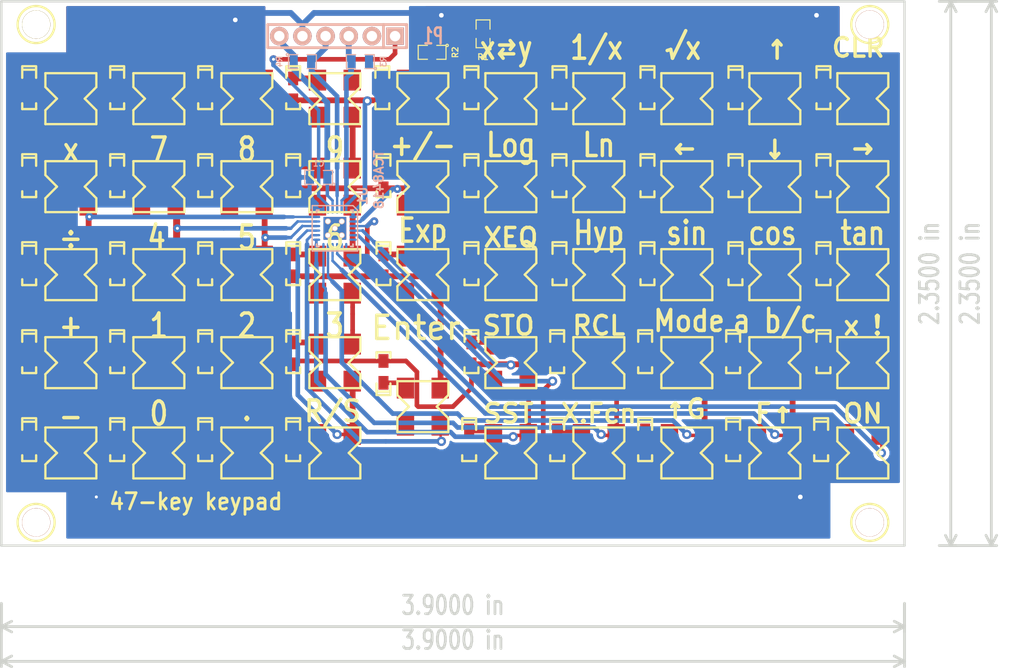
<source format=kicad_pcb>
(kicad_pcb (version 4) (host pcbnew "(2015-08-05 BZR 6055, Git fa29c62)-product")
  (title_block (title "I2C Keypad") (date 2015-08-18) (rev 2) (comment 1 "PMOD connector"))
  (layers (0 Front signal) (31 Back signal hide) (36 B.SilkS user hide) (37 F.SilkS user) (38 B.Mask user hide) (39 F.Mask user) (44 Edge.Cuts user))
  (net 0 "")
  (net 1 //INT)
  (net 2 //RESET)
  (net 3 /Col0)
  (net 4 /Col1)
  (net 5 /Col2)
  (net 6 /Col3)
  (net 7 /Col4)
  (net 8 /Col5)
  (net 9 /Col6)
  (net 10 /Col7)
  (net 11 /Col8)
  (net 12 /Col9)
  (net 13 /Row0)
  (net 14 /Row1)
  (net 15 /Row2)
  (net 16 /Row3)
  (net 17 /Row4)
  (net 18 /SCL)
  (net 19 /SDA)
  (net 20 GND)
  (net 21 VCC)
  (net 22 "Net-(D1-Pad2)")
  (net 23 "Net-(D2-Pad2)")
  (net 24 "Net-(D3-Pad2)")
  (net 25 "Net-(D4-Pad2)")
  (net 26 "Net-(D5-Pad2)")
  (net 27 "Net-(D6-Pad2)")
  (net 28 "Net-(D7-Pad2)")
  (net 29 "Net-(D8-Pad2)")
  (net 30 "Net-(D9-Pad2)")
  (net 31 "Net-(D10-Pad2)")
  (net 32 "Net-(D11-Pad2)")
  (net 33 "Net-(D12-Pad2)")
  (net 34 "Net-(D13-Pad2)")
  (net 35 "Net-(D14-Pad2)")
  (net 36 "Net-(D15-Pad2)")
  (net 37 "Net-(D16-Pad2)")
  (net 38 "Net-(D17-Pad2)")
  (net 39 "Net-(D18-Pad2)")
  (net 40 "Net-(D19-Pad2)")
  (net 41 "Net-(D20-Pad2)")
  (net 42 "Net-(D21-Pad2)")
  (net 43 "Net-(D22-Pad2)")
  (net 44 "Net-(D23-Pad2)")
  (net 45 "Net-(D24-Pad2)")
  (net 46 "Net-(D25-Pad2)")
  (net 47 "Net-(D26-Pad2)")
  (net 48 "Net-(D27-Pad2)")
  (net 49 "Net-(D28-Pad2)")
  (net 50 "Net-(D29-Pad2)")
  (net 51 "Net-(D30-Pad2)")
  (net 52 "Net-(D31-Pad2)")
  (net 53 "Net-(D32-Pad2)")
  (net 54 "Net-(D33-Pad2)")
  (net 55 "Net-(D34-Pad2)")
  (net 56 "Net-(D35-Pad2)")
  (net 57 "Net-(D36-Pad2)")
  (net 58 "Net-(D37-Pad2)")
  (net 59 "Net-(D38-Pad2)")
  (net 60 "Net-(D39-Pad2)")
  (net 61 "Net-(D40-Pad2)")
  (net 62 "Net-(D41-Pad2)")
  (net 63 "Net-(D42-Pad2)")
  (net 64 "Net-(D43-Pad2)")
  (net 65 "Net-(D44-Pad2)")
  (net 66 "Net-(D45-Pad2)")
  (net 67 "Net-(D46-Pad2)")
  (net 68 "Net-(D47-Pad2)")
  (net 69 "Net-(D48-Pad2)")
  (net 70 "Net-(D49-Pad2)")
  (net 71 "Net-(U1-Pad6)")
  (net 72 "Net-(U1-Pad7)")
  (net 73 "Net-(U1-Pad8)")
  (module Keypad:TACTILE_EVQPQ_5MM (layer Front) (at 33.02 36.068 90)
    (fp_text reference SW1 hide)
    (fp_text value MX hide)
    (pad 1 smd rect (at -2.032 1.905 270) (size 2.286 1.905) (layers Front F.Mask) (net 22 "Net-(D1-Pad2)") (clearance 0.2032))
    (pad 2 smd rect (at -2.032 -1.905 270) (size 2.286 1.905) (layers Front F.Mask) (net 3 /Col0) (clearance 0.2032))
    (pad 1 smd rect (at 2.032 1.905 270) (size 2.286 1.905) (layers Front F.Mask) (net 22 "Net-(D1-Pad2)") (clearance 0.2032))
    (pad 2 smd rect (at 2.032 -1.905 270) (size 2.286 1.905) (layers Front F.Mask) (net 3 /Col0) (clearance 0.2032))
  )
  (module Keypad:TACTILE_EVQPQ_5MM (layer Front) (at 100.584 45.72 90)
    (fp_text reference SW36 hide)
    (fp_text value MX hide)
    (pad 1 smd rect (at -2.032 1.905 270) (size 2.286 1.905) (layers Front F.Mask) (net 57 "Net-(D36-Pad2)") (clearance 0.2032))
    (pad 2 smd rect (at -2.032 -1.905 270) (size 2.286 1.905) (layers Front F.Mask) (net 10 /Col7) (clearance 0.2032))
    (pad 1 smd rect (at 2.032 1.905 270) (size 2.286 1.905) (layers Front F.Mask) (net 57 "Net-(D36-Pad2)") (clearance 0.2032))
    (pad 2 smd rect (at 2.032 -1.905 270) (size 2.286 1.905) (layers Front F.Mask) (net 10 /Col7) (clearance 0.2032))
  )
  (module Keypad:TACTILE_EVQPQ_5MM (layer Front) (at 33.02 74.93 90)
    (fp_text reference SW5 hide)
    (fp_text value MX hide)
    (pad 1 smd rect (at -2.032 1.905 270) (size 2.286 1.905) (layers Front F.Mask) (net 26 "Net-(D5-Pad2)") (clearance 0.2032))
    (pad 2 smd rect (at -2.032 -1.905 270) (size 2.286 1.905) (layers Front F.Mask) (net 3 /Col0) (clearance 0.2032))
    (pad 1 smd rect (at 2.032 1.905 270) (size 2.286 1.905) (layers Front F.Mask) (net 26 "Net-(D5-Pad2)") (clearance 0.2032))
    (pad 2 smd rect (at 2.032 -1.905 270) (size 2.286 1.905) (layers Front F.Mask) (net 3 /Col0) (clearance 0.2032))
  )
  (module Keypad:TACTILE_EVQPQ_5MM (layer Front) (at 71.628 45.72 90)
    (fp_text reference SW22 hide)
    (fp_text value MX hide)
    (pad 1 smd rect (at -2.032 1.905 270) (size 2.286 1.905) (layers Front F.Mask) (net 43 "Net-(D22-Pad2)") (clearance 0.2032))
    (pad 2 smd rect (at -2.032 -1.905 270) (size 2.286 1.905) (layers Front F.Mask) (net 7 /Col4) (clearance 0.2032))
    (pad 1 smd rect (at 2.032 1.905 270) (size 2.286 1.905) (layers Front F.Mask) (net 43 "Net-(D22-Pad2)") (clearance 0.2032))
    (pad 2 smd rect (at 2.032 -1.905 270) (size 2.286 1.905) (layers Front F.Mask) (net 7 /Col4) (clearance 0.2032))
  )
  (module Keypad:TACTILE_EVQPQ_5MM (layer Front) (at 42.672 45.72 90)
    (fp_text reference SW7 hide)
    (fp_text value MX hide)
    (pad 1 smd rect (at -2.032 1.905 270) (size 2.286 1.905) (layers Front F.Mask) (net 28 "Net-(D7-Pad2)") (clearance 0.2032))
    (pad 2 smd rect (at -2.032 -1.905 270) (size 2.286 1.905) (layers Front F.Mask) (net 4 /Col1) (clearance 0.2032))
    (pad 1 smd rect (at 2.032 1.905 270) (size 2.286 1.905) (layers Front F.Mask) (net 28 "Net-(D7-Pad2)") (clearance 0.2032))
    (pad 2 smd rect (at 2.032 -1.905 270) (size 2.286 1.905) (layers Front F.Mask) (net 4 /Col1) (clearance 0.2032))
  )
  (module Keypad:TACTILE_EVQPQ_5MM (layer Front) (at 42.672 65.024 90)
    (fp_text reference SW9 hide)
    (fp_text value MX hide)
    (pad 1 smd rect (at -2.032 1.905 270) (size 2.286 1.905) (layers Front F.Mask) (net 30 "Net-(D9-Pad2)") (clearance 0.2032))
    (pad 2 smd rect (at -2.032 -1.905 270) (size 2.286 1.905) (layers Front F.Mask) (net 4 /Col1) (clearance 0.2032))
    (pad 1 smd rect (at 2.032 1.905 270) (size 2.286 1.905) (layers Front F.Mask) (net 30 "Net-(D9-Pad2)") (clearance 0.2032))
    (pad 2 smd rect (at 2.032 -1.905 270) (size 2.286 1.905) (layers Front F.Mask) (net 4 /Col1) (clearance 0.2032))
  )
  (module Keypad:TACTILE_EVQPQ_5MM (layer Front) (at 71.628 36.068 90)
    (fp_text reference SW21 hide)
    (fp_text value MX hide)
    (pad 1 smd rect (at -2.032 1.905 270) (size 2.286 1.905) (layers Front F.Mask) (net 42 "Net-(D21-Pad2)") (clearance 0.2032))
    (pad 2 smd rect (at -2.032 -1.905 270) (size 2.286 1.905) (layers Front F.Mask) (net 7 /Col4) (clearance 0.2032))
    (pad 1 smd rect (at 2.032 1.905 270) (size 2.286 1.905) (layers Front F.Mask) (net 42 "Net-(D21-Pad2)") (clearance 0.2032))
    (pad 2 smd rect (at 2.032 -1.905 270) (size 2.286 1.905) (layers Front F.Mask) (net 7 /Col4) (clearance 0.2032))
  )
  (module Keypad:TACTILE_EVQPQ_5MM (layer Front) (at 119.888 36.068 90)
    (fp_text reference SW45 hide)
    (fp_text value MX hide)
    (pad 1 smd rect (at -2.032 1.905 270) (size 2.286 1.905) (layers Front F.Mask) (net 66 "Net-(D45-Pad2)") (clearance 0.2032))
    (pad 2 smd rect (at -2.032 -1.905 270) (size 2.286 1.905) (layers Front F.Mask) (net 12 /Col9) (clearance 0.2032))
    (pad 1 smd rect (at 2.032 1.905 270) (size 2.286 1.905) (layers Front F.Mask) (net 66 "Net-(D45-Pad2)") (clearance 0.2032))
    (pad 2 smd rect (at 2.032 -1.905 270) (size 2.286 1.905) (layers Front F.Mask) (net 12 /Col9) (clearance 0.2032))
  )
  (module Keypad:TACTILE_EVQPQ_5MM (layer Front) (at 33.02 45.72 90)
    (fp_text reference SW2 hide)
    (fp_text value MX hide)
    (pad 1 smd rect (at -2.032 1.905 270) (size 2.286 1.905) (layers Front F.Mask) (net 23 "Net-(D2-Pad2)") (clearance 0.2032))
    (pad 2 smd rect (at -2.032 -1.905 270) (size 2.286 1.905) (layers Front F.Mask) (net 3 /Col0) (clearance 0.2032))
    (pad 1 smd rect (at 2.032 1.905 270) (size 2.286 1.905) (layers Front F.Mask) (net 23 "Net-(D2-Pad2)") (clearance 0.2032))
    (pad 2 smd rect (at 2.032 -1.905 270) (size 2.286 1.905) (layers Front F.Mask) (net 3 /Col0) (clearance 0.2032))
  )
  (module Keypad:TACTILE_EVQPQ_5MM (layer Front) (at 33.02 65.024 90)
    (fp_text reference SW4 hide)
    (fp_text value MX hide)
    (pad 1 smd rect (at -2.032 1.905 270) (size 2.286 1.905) (layers Front F.Mask) (net 25 "Net-(D4-Pad2)") (clearance 0.2032))
    (pad 2 smd rect (at -2.032 -1.905 270) (size 2.286 1.905) (layers Front F.Mask) (net 3 /Col0) (clearance 0.2032))
    (pad 1 smd rect (at 2.032 1.905 270) (size 2.286 1.905) (layers Front F.Mask) (net 25 "Net-(D4-Pad2)") (clearance 0.2032))
    (pad 2 smd rect (at 2.032 -1.905 270) (size 2.286 1.905) (layers Front F.Mask) (net 3 /Col0) (clearance 0.2032))
  )
  (module Keypad:TACTILE_EVQPQ_5MM (layer Front) (at 119.888 45.72 90)
    (fp_text reference SW46 hide)
    (fp_text value MX hide)
    (pad 1 smd rect (at -2.032 1.905 270) (size 2.286 1.905) (layers Front F.Mask) (net 67 "Net-(D46-Pad2)") (clearance 0.2032))
    (pad 2 smd rect (at -2.032 -1.905 270) (size 2.286 1.905) (layers Front F.Mask) (net 12 /Col9) (clearance 0.2032))
    (pad 1 smd rect (at 2.032 1.905 270) (size 2.286 1.905) (layers Front F.Mask) (net 67 "Net-(D46-Pad2)") (clearance 0.2032))
    (pad 2 smd rect (at 2.032 -1.905 270) (size 2.286 1.905) (layers Front F.Mask) (net 12 /Col9) (clearance 0.2032))
  )
  (module Keypad:TACTILE_EVQPQ_5MM (layer Front) (at 119.888 65.024 90)
    (fp_text reference SW48 hide)
    (fp_text value MX hide)
    (pad 1 smd rect (at -2.032 1.905 270) (size 2.286 1.905) (layers Front F.Mask) (net 69 "Net-(D48-Pad2)") (clearance 0.2032))
    (pad 2 smd rect (at -2.032 -1.905 270) (size 2.286 1.905) (layers Front F.Mask) (net 12 /Col9) (clearance 0.2032))
    (pad 1 smd rect (at 2.032 1.905 270) (size 2.286 1.905) (layers Front F.Mask) (net 69 "Net-(D48-Pad2)") (clearance 0.2032))
    (pad 2 smd rect (at 2.032 -1.905 270) (size 2.286 1.905) (layers Front F.Mask) (net 12 /Col9) (clearance 0.2032))
  )
  (module Keypad:TACTILE_EVQPQ_5MM (layer Front) (at 42.672 55.372 90)
    (fp_text reference SW8 hide)
    (fp_text value MX hide)
    (pad 1 smd rect (at -2.032 1.905 270) (size 2.286 1.905) (layers Front F.Mask) (net 29 "Net-(D8-Pad2)") (clearance 0.2032))
    (pad 2 smd rect (at -2.032 -1.905 270) (size 2.286 1.905) (layers Front F.Mask) (net 4 /Col1) (clearance 0.2032))
    (pad 1 smd rect (at 2.032 1.905 270) (size 2.286 1.905) (layers Front F.Mask) (net 29 "Net-(D8-Pad2)") (clearance 0.2032))
    (pad 2 smd rect (at 2.032 -1.905 270) (size 2.286 1.905) (layers Front F.Mask) (net 4 /Col1) (clearance 0.2032))
  )
  (module Keypad:TACTILE_EVQPQ_5MM (layer Front) (at 110.236 36.068 90)
    (fp_text reference SW40 hide)
    (fp_text value MX hide)
    (pad 1 smd rect (at -2.032 1.905 270) (size 2.286 1.905) (layers Front F.Mask) (net 61 "Net-(D40-Pad2)") (clearance 0.2032))
    (pad 2 smd rect (at -2.032 -1.905 270) (size 2.286 1.905) (layers Front F.Mask) (net 11 /Col8) (clearance 0.2032))
    (pad 1 smd rect (at 2.032 1.905 270) (size 2.286 1.905) (layers Front F.Mask) (net 61 "Net-(D40-Pad2)") (clearance 0.2032))
    (pad 2 smd rect (at 2.032 -1.905 270) (size 2.286 1.905) (layers Front F.Mask) (net 11 /Col8) (clearance 0.2032))
  )
  (module Keypad:TACTILE_EVQPQ_5MM (layer Front) (at 119.888 55.372 90)
    (fp_text reference SW47 hide)
    (fp_text value MX hide)
    (pad 1 smd rect (at -2.032 1.905 270) (size 2.286 1.905) (layers Front F.Mask) (net 68 "Net-(D47-Pad2)") (clearance 0.2032))
    (pad 2 smd rect (at -2.032 -1.905 270) (size 2.286 1.905) (layers Front F.Mask) (net 12 /Col9) (clearance 0.2032))
    (pad 1 smd rect (at 2.032 1.905 270) (size 2.286 1.905) (layers Front F.Mask) (net 68 "Net-(D47-Pad2)") (clearance 0.2032))
    (pad 2 smd rect (at 2.032 -1.905 270) (size 2.286 1.905) (layers Front F.Mask) (net 12 /Col9) (clearance 0.2032))
  )
  (module Keypad:TACTILE_EVQPQ_5MM (layer Front) (at 42.672 74.93 90)
    (fp_text reference SW10 hide)
    (fp_text value MX hide)
    (pad 1 smd rect (at -2.032 1.905 270) (size 2.286 1.905) (layers Front F.Mask) (net 31 "Net-(D10-Pad2)") (clearance 0.2032))
    (pad 2 smd rect (at -2.032 -1.905 270) (size 2.286 1.905) (layers Front F.Mask) (net 4 /Col1) (clearance 0.2032))
    (pad 1 smd rect (at 2.032 1.905 270) (size 2.286 1.905) (layers Front F.Mask) (net 31 "Net-(D10-Pad2)") (clearance 0.2032))
    (pad 2 smd rect (at 2.032 -1.905 270) (size 2.286 1.905) (layers Front F.Mask) (net 4 /Col1) (clearance 0.2032))
  )
  (module Keypad:TACTILE_EVQPQ_5MM (layer Front) (at 119.888 74.93 90)
    (fp_text reference SW49 hide)
    (fp_text value MX hide)
    (pad 1 smd rect (at -2.032 1.905 270) (size 2.286 1.905) (layers Front F.Mask) (net 70 "Net-(D49-Pad2)") (clearance 0.2032))
    (pad 2 smd rect (at -2.032 -1.905 270) (size 2.286 1.905) (layers Front F.Mask) (net 12 /Col9) (clearance 0.2032))
    (pad 1 smd rect (at 2.032 1.905 270) (size 2.286 1.905) (layers Front F.Mask) (net 70 "Net-(D49-Pad2)") (clearance 0.2032))
    (pad 2 smd rect (at 2.032 -1.905 270) (size 2.286 1.905) (layers Front F.Mask) (net 12 /Col9) (clearance 0.2032))
  )
  (module Keypad:TACTILE_EVQPQ_5MM (layer Front) (at 110.236 74.93 90)
    (fp_text reference SW44 hide)
    (fp_text value MX hide)
    (pad 1 smd rect (at -2.032 1.905 270) (size 2.286 1.905) (layers Front F.Mask) (net 65 "Net-(D44-Pad2)") (clearance 0.2032))
    (pad 2 smd rect (at -2.032 -1.905 270) (size 2.286 1.905) (layers Front F.Mask) (net 11 /Col8) (clearance 0.2032))
    (pad 1 smd rect (at 2.032 1.905 270) (size 2.286 1.905) (layers Front F.Mask) (net 65 "Net-(D44-Pad2)") (clearance 0.2032))
    (pad 2 smd rect (at 2.032 -1.905 270) (size 2.286 1.905) (layers Front F.Mask) (net 11 /Col8) (clearance 0.2032))
  )
  (module Keypad:TACTILE_EVQPQ_5MM (layer Front) (at 110.236 55.372 90)
    (fp_text reference SW42 hide)
    (fp_text value MX hide)
    (pad 1 smd rect (at -2.032 1.905 270) (size 2.286 1.905) (layers Front F.Mask) (net 63 "Net-(D42-Pad2)") (clearance 0.2032))
    (pad 2 smd rect (at -2.032 -1.905 270) (size 2.286 1.905) (layers Front F.Mask) (net 11 /Col8) (clearance 0.2032))
    (pad 1 smd rect (at 2.032 1.905 270) (size 2.286 1.905) (layers Front F.Mask) (net 63 "Net-(D42-Pad2)") (clearance 0.2032))
    (pad 2 smd rect (at 2.032 -1.905 270) (size 2.286 1.905) (layers Front F.Mask) (net 11 /Col8) (clearance 0.2032))
  )
  (module Keypad:TACTILE_EVQPQ_5MM (layer Front) (at 110.236 45.72 90)
    (fp_text reference SW41 hide)
    (fp_text value MX hide)
    (pad 1 smd rect (at -2.032 1.905 270) (size 2.286 1.905) (layers Front F.Mask) (net 62 "Net-(D41-Pad2)") (clearance 0.2032))
    (pad 2 smd rect (at -2.032 -1.905 270) (size 2.286 1.905) (layers Front F.Mask) (net 11 /Col8) (clearance 0.2032))
    (pad 1 smd rect (at 2.032 1.905 270) (size 2.286 1.905) (layers Front F.Mask) (net 62 "Net-(D41-Pad2)") (clearance 0.2032))
    (pad 2 smd rect (at 2.032 -1.905 270) (size 2.286 1.905) (layers Front F.Mask) (net 11 /Col8) (clearance 0.2032))
  )
  (module Keypad:TACTILE_EVQPQ_5MM (layer Front) (at 33.02 55.372 90)
    (fp_text reference SW3 hide)
    (fp_text value MX hide)
    (pad 1 smd rect (at -2.032 1.905 270) (size 2.286 1.905) (layers Front F.Mask) (net 24 "Net-(D3-Pad2)") (clearance 0.2032))
    (pad 2 smd rect (at -2.032 -1.905 270) (size 2.286 1.905) (layers Front F.Mask) (net 3 /Col0) (clearance 0.2032))
    (pad 1 smd rect (at 2.032 1.905 270) (size 2.286 1.905) (layers Front F.Mask) (net 24 "Net-(D3-Pad2)") (clearance 0.2032))
    (pad 2 smd rect (at 2.032 -1.905 270) (size 2.286 1.905) (layers Front F.Mask) (net 3 /Col0) (clearance 0.2032))
  )
  (module Keypad:TACTILE_EVQPQ_5MM (layer Front) (at 110.236 65.024 90)
    (fp_text reference SW43 hide)
    (fp_text value MX hide)
    (pad 1 smd rect (at -2.032 1.905 270) (size 2.286 1.905) (layers Front F.Mask) (net 64 "Net-(D43-Pad2)") (clearance 0.2032))
    (pad 2 smd rect (at -2.032 -1.905 270) (size 2.286 1.905) (layers Front F.Mask) (net 11 /Col8) (clearance 0.2032))
    (pad 1 smd rect (at 2.032 1.905 270) (size 2.286 1.905) (layers Front F.Mask) (net 64 "Net-(D43-Pad2)") (clearance 0.2032))
    (pad 2 smd rect (at 2.032 -1.905 270) (size 2.286 1.905) (layers Front F.Mask) (net 11 /Col8) (clearance 0.2032))
  )
  (module Keypad:TACTILE_EVQPQ_5MM (layer Front) (at 52.324 45.72 90)
    (fp_text reference SW12 hide)
    (fp_text value MX hide)
    (pad 1 smd rect (at -2.032 1.905 270) (size 2.286 1.905) (layers Front F.Mask) (net 33 "Net-(D12-Pad2)") (clearance 0.2032))
    (pad 2 smd rect (at -2.032 -1.905 270) (size 2.286 1.905) (layers Front F.Mask) (net 5 /Col2) (clearance 0.2032))
    (pad 1 smd rect (at 2.032 1.905 270) (size 2.286 1.905) (layers Front F.Mask) (net 33 "Net-(D12-Pad2)") (clearance 0.2032))
    (pad 2 smd rect (at 2.032 -1.905 270) (size 2.286 1.905) (layers Front F.Mask) (net 5 /Col2) (clearance 0.2032))
  )
  (module Keypad:TACTILE_EVQPQ_5MM (layer Front) (at 52.324 65.024 90)
    (fp_text reference SW14 hide)
    (fp_text value MX hide)
    (pad 1 smd rect (at -2.032 1.905 270) (size 2.286 1.905) (layers Front F.Mask) (net 35 "Net-(D14-Pad2)") (clearance 0.2032))
    (pad 2 smd rect (at -2.032 -1.905 270) (size 2.286 1.905) (layers Front F.Mask) (net 5 /Col2) (clearance 0.2032))
    (pad 1 smd rect (at 2.032 1.905 270) (size 2.286 1.905) (layers Front F.Mask) (net 35 "Net-(D14-Pad2)") (clearance 0.2032))
    (pad 2 smd rect (at 2.032 -1.905 270) (size 2.286 1.905) (layers Front F.Mask) (net 5 /Col2) (clearance 0.2032))
  )
  (module Keypad:TACTILE_EVQPQ_5MM (layer Front) (at 52.324 36.068 90)
    (fp_text reference SW11 hide)
    (fp_text value MX hide)
    (pad 1 smd rect (at -2.032 1.905 270) (size 2.286 1.905) (layers Front F.Mask) (net 32 "Net-(D11-Pad2)") (clearance 0.2032))
    (pad 2 smd rect (at -2.032 -1.905 270) (size 2.286 1.905) (layers Front F.Mask) (net 5 /Col2) (clearance 0.2032))
    (pad 1 smd rect (at 2.032 1.905 270) (size 2.286 1.905) (layers Front F.Mask) (net 32 "Net-(D11-Pad2)") (clearance 0.2032))
    (pad 2 smd rect (at 2.032 -1.905 270) (size 2.286 1.905) (layers Front F.Mask) (net 5 /Col2) (clearance 0.2032))
  )
  (module Keypad:TACTILE_EVQPQ_5MM (layer Front) (at 90.932 36.068 90)
    (fp_text reference SW30 hide)
    (fp_text value MX hide)
    (pad 1 smd rect (at -2.032 1.905 270) (size 2.286 1.905) (layers Front F.Mask) (net 51 "Net-(D30-Pad2)") (clearance 0.2032))
    (pad 2 smd rect (at -2.032 -1.905 270) (size 2.286 1.905) (layers Front F.Mask) (net 9 /Col6) (clearance 0.2032))
    (pad 1 smd rect (at 2.032 1.905 270) (size 2.286 1.905) (layers Front F.Mask) (net 51 "Net-(D30-Pad2)") (clearance 0.2032))
    (pad 2 smd rect (at 2.032 -1.905 270) (size 2.286 1.905) (layers Front F.Mask) (net 9 /Col6) (clearance 0.2032))
  )
  (module Keypad:TACTILE_EVQPQ_5MM (layer Front) (at 52.324 55.372 90)
    (fp_text reference SW13 hide)
    (fp_text value MX hide)
    (pad 1 smd rect (at -2.032 1.905 270) (size 2.286 1.905) (layers Front F.Mask) (net 34 "Net-(D13-Pad2)") (clearance 0.2032))
    (pad 2 smd rect (at -2.032 -1.905 270) (size 2.286 1.905) (layers Front F.Mask) (net 5 /Col2) (clearance 0.2032))
    (pad 1 smd rect (at 2.032 1.905 270) (size 2.286 1.905) (layers Front F.Mask) (net 34 "Net-(D13-Pad2)") (clearance 0.2032))
    (pad 2 smd rect (at 2.032 -1.905 270) (size 2.286 1.905) (layers Front F.Mask) (net 5 /Col2) (clearance 0.2032))
  )
  (module Keypad:TACTILE_EVQPQ_5MM (layer Front) (at 90.932 45.72 90)
    (fp_text reference SW31 hide)
    (fp_text value MX hide)
    (pad 1 smd rect (at -2.032 1.905 270) (size 2.286 1.905) (layers Front F.Mask) (net 52 "Net-(D31-Pad2)") (clearance 0.2032))
    (pad 2 smd rect (at -2.032 -1.905 270) (size 2.286 1.905) (layers Front F.Mask) (net 9 /Col6) (clearance 0.2032))
    (pad 1 smd rect (at 2.032 1.905 270) (size 2.286 1.905) (layers Front F.Mask) (net 52 "Net-(D31-Pad2)") (clearance 0.2032))
    (pad 2 smd rect (at 2.032 -1.905 270) (size 2.286 1.905) (layers Front F.Mask) (net 9 /Col6) (clearance 0.2032))
  )
  (module Keypad:TACTILE_EVQPQ_5MM (layer Front) (at 90.932 65.024 90)
    (fp_text reference SW33 hide)
    (fp_text value MX hide)
    (pad 1 smd rect (at -2.032 1.905 270) (size 2.286 1.905) (layers Front F.Mask) (net 54 "Net-(D33-Pad2)") (clearance 0.2032))
    (pad 2 smd rect (at -2.032 -1.905 270) (size 2.286 1.905) (layers Front F.Mask) (net 9 /Col6) (clearance 0.2032))
    (pad 1 smd rect (at 2.032 1.905 270) (size 2.286 1.905) (layers Front F.Mask) (net 54 "Net-(D33-Pad2)") (clearance 0.2032))
    (pad 2 smd rect (at 2.032 -1.905 270) (size 2.286 1.905) (layers Front F.Mask) (net 9 /Col6) (clearance 0.2032))
  )
  (module Keypad:TACTILE_EVQPQ_5MM (layer Front) (at 52.324 74.93 90)
    (fp_text reference SW15 hide)
    (fp_text value MX hide)
    (pad 1 smd rect (at -2.032 1.905 270) (size 2.286 1.905) (layers Front F.Mask) (net 36 "Net-(D15-Pad2)") (clearance 0.2032))
    (pad 2 smd rect (at -2.032 -1.905 270) (size 2.286 1.905) (layers Front F.Mask) (net 5 /Col2) (clearance 0.2032))
    (pad 1 smd rect (at 2.032 1.905 270) (size 2.286 1.905) (layers Front F.Mask) (net 36 "Net-(D15-Pad2)") (clearance 0.2032))
    (pad 2 smd rect (at 2.032 -1.905 270) (size 2.286 1.905) (layers Front F.Mask) (net 5 /Col2) (clearance 0.2032))
  )
  (module Keypad:TACTILE_EVQPQ_5MM (layer Front) (at 90.932 55.372 90)
    (fp_text reference SW32 hide)
    (fp_text value MX hide)
    (pad 1 smd rect (at -2.032 1.905 270) (size 2.286 1.905) (layers Front F.Mask) (net 53 "Net-(D32-Pad2)") (clearance 0.2032))
    (pad 2 smd rect (at -2.032 -1.905 270) (size 2.286 1.905) (layers Front F.Mask) (net 9 /Col6) (clearance 0.2032))
    (pad 1 smd rect (at 2.032 1.905 270) (size 2.286 1.905) (layers Front F.Mask) (net 53 "Net-(D32-Pad2)") (clearance 0.2032))
    (pad 2 smd rect (at 2.032 -1.905 270) (size 2.286 1.905) (layers Front F.Mask) (net 9 /Col6) (clearance 0.2032))
  )
  (module Keypad:TACTILE_EVQPQ_5MM (layer Front) (at 61.976 74.93 90)
    (fp_text reference SW20 hide)
    (fp_text value MX hide)
    (pad 1 smd rect (at -2.032 1.905 270) (size 2.286 1.905) (layers Front F.Mask) (net 41 "Net-(D20-Pad2)") (clearance 0.2032))
    (pad 2 smd rect (at -2.032 -1.905 270) (size 2.286 1.905) (layers Front F.Mask) (net 6 /Col3) (clearance 0.2032))
    (pad 1 smd rect (at 2.032 1.905 270) (size 2.286 1.905) (layers Front F.Mask) (net 41 "Net-(D20-Pad2)") (clearance 0.2032))
    (pad 2 smd rect (at 2.032 -1.905 270) (size 2.286 1.905) (layers Front F.Mask) (net 6 /Col3) (clearance 0.2032))
  )
  (module Keypad:TACTILE_EVQPQ_5MM (layer Front) (at 90.932 74.93 90)
    (fp_text reference SW34 hide)
    (fp_text value MX hide)
    (pad 1 smd rect (at -2.032 1.905 270) (size 2.286 1.905) (layers Front F.Mask) (net 55 "Net-(D34-Pad2)") (clearance 0.2032))
    (pad 2 smd rect (at -2.032 -1.905 270) (size 2.286 1.905) (layers Front F.Mask) (net 9 /Col6) (clearance 0.2032))
    (pad 1 smd rect (at 2.032 1.905 270) (size 2.286 1.905) (layers Front F.Mask) (net 55 "Net-(D34-Pad2)") (clearance 0.2032))
    (pad 2 smd rect (at 2.032 -1.905 270) (size 2.286 1.905) (layers Front F.Mask) (net 9 /Col6) (clearance 0.2032))
  )
  (module Keypad:TACTILE_EVQPQ_5MM (layer Front) (at 100.584 74.93 90)
    (fp_text reference SW39 hide)
    (fp_text value MX hide)
    (pad 1 smd rect (at -2.032 1.905 270) (size 2.286 1.905) (layers Front F.Mask) (net 60 "Net-(D39-Pad2)") (clearance 0.2032))
    (pad 2 smd rect (at -2.032 -1.905 270) (size 2.286 1.905) (layers Front F.Mask) (net 10 /Col7) (clearance 0.2032))
    (pad 1 smd rect (at 2.032 1.905 270) (size 2.286 1.905) (layers Front F.Mask) (net 60 "Net-(D39-Pad2)") (clearance 0.2032))
    (pad 2 smd rect (at 2.032 -1.905 270) (size 2.286 1.905) (layers Front F.Mask) (net 10 /Col7) (clearance 0.2032))
  )
  (module Keypad:TACTILE_EVQPQ_5MM (layer Front) (at 100.584 55.372 90)
    (fp_text reference SW37 hide)
    (fp_text value MX hide)
    (pad 1 smd rect (at -2.032 1.905 270) (size 2.286 1.905) (layers Front F.Mask) (net 58 "Net-(D37-Pad2)") (clearance 0.2032))
    (pad 2 smd rect (at -2.032 -1.905 270) (size 2.286 1.905) (layers Front F.Mask) (net 10 /Col7) (clearance 0.2032))
    (pad 1 smd rect (at 2.032 1.905 270) (size 2.286 1.905) (layers Front F.Mask) (net 58 "Net-(D37-Pad2)") (clearance 0.2032))
    (pad 2 smd rect (at 2.032 -1.905 270) (size 2.286 1.905) (layers Front F.Mask) (net 10 /Col7) (clearance 0.2032))
  )
  (module Keypad:TACTILE_EVQPQ_5MM (layer Front) (at 61.976 55.372 90)
    (fp_text reference SW18 hide)
    (fp_text value MX hide)
    (pad 1 smd rect (at -2.032 1.905 270) (size 2.286 1.905) (layers Front F.Mask) (net 39 "Net-(D18-Pad2)") (clearance 0.2032))
    (pad 2 smd rect (at -2.032 -1.905 270) (size 2.286 1.905) (layers Front F.Mask) (net 6 /Col3) (clearance 0.2032))
    (pad 1 smd rect (at 2.032 1.905 270) (size 2.286 1.905) (layers Front F.Mask) (net 39 "Net-(D18-Pad2)") (clearance 0.2032))
    (pad 2 smd rect (at 2.032 -1.905 270) (size 2.286 1.905) (layers Front F.Mask) (net 6 /Col3) (clearance 0.2032))
  )
  (module Keypad:TACTILE_EVQPQ_5MM (layer Front) (at 100.584 65.024 90)
    (fp_text reference SW38 hide)
    (fp_text value MX hide)
    (pad 1 smd rect (at -2.032 1.905 270) (size 2.286 1.905) (layers Front F.Mask) (net 59 "Net-(D38-Pad2)") (clearance 0.2032))
    (pad 2 smd rect (at -2.032 -1.905 270) (size 2.286 1.905) (layers Front F.Mask) (net 10 /Col7) (clearance 0.2032))
    (pad 1 smd rect (at 2.032 1.905 270) (size 2.286 1.905) (layers Front F.Mask) (net 59 "Net-(D38-Pad2)") (clearance 0.2032))
    (pad 2 smd rect (at 2.032 -1.905 270) (size 2.286 1.905) (layers Front F.Mask) (net 10 /Col7) (clearance 0.2032))
  )
  (module Keypad:TACTILE_EVQPQ_5MM (layer Front) (at 61.976 65.024 90)
    (fp_text reference SW19 hide)
    (fp_text value MX hide)
    (pad 1 smd rect (at -2.032 1.905 270) (size 2.286 1.905) (layers Front F.Mask) (net 40 "Net-(D19-Pad2)") (clearance 0.2032))
    (pad 2 smd rect (at -2.032 -1.905 270) (size 2.286 1.905) (layers Front F.Mask) (net 6 /Col3) (clearance 0.2032))
    (pad 1 smd rect (at 2.032 1.905 270) (size 2.286 1.905) (layers Front F.Mask) (net 40 "Net-(D19-Pad2)") (clearance 0.2032))
    (pad 2 smd rect (at 2.032 -1.905 270) (size 2.286 1.905) (layers Front F.Mask) (net 6 /Col3) (clearance 0.2032))
  )
  (module Keypad:TACTILE_EVQPQ_5MM (layer Front) (at 100.584 36.068 90)
    (fp_text reference SW35 hide)
    (fp_text value MX hide)
    (pad 1 smd rect (at -2.032 1.905 270) (size 2.286 1.905) (layers Front F.Mask) (net 56 "Net-(D35-Pad2)") (clearance 0.2032))
    (pad 2 smd rect (at -2.032 -1.905 270) (size 2.286 1.905) (layers Front F.Mask) (net 10 /Col7) (clearance 0.2032))
    (pad 1 smd rect (at 2.032 1.905 270) (size 2.286 1.905) (layers Front F.Mask) (net 56 "Net-(D35-Pad2)") (clearance 0.2032))
    (pad 2 smd rect (at 2.032 -1.905 270) (size 2.286 1.905) (layers Front F.Mask) (net 10 /Col7) (clearance 0.2032))
  )
  (module Keypad:TACTILE_EVQPQ_5MM (layer Front) (at 81.28 36.068 90)
    (fp_text reference SW25 hide)
    (fp_text value MX hide)
    (pad 1 smd rect (at -2.032 1.905 270) (size 2.286 1.905) (layers Front F.Mask) (net 46 "Net-(D25-Pad2)") (clearance 0.2032))
    (pad 2 smd rect (at -2.032 -1.905 270) (size 2.286 1.905) (layers Front F.Mask) (net 8 /Col5) (clearance 0.2032))
    (pad 1 smd rect (at 2.032 1.905 270) (size 2.286 1.905) (layers Front F.Mask) (net 46 "Net-(D25-Pad2)") (clearance 0.2032))
    (pad 2 smd rect (at 2.032 -1.905 270) (size 2.286 1.905) (layers Front F.Mask) (net 8 /Col5) (clearance 0.2032))
  )
  (module Keypad:TACTILE_EVQPQ_5MM (layer Front) (at 61.976 45.72 90)
    (fp_text reference SW17 hide)
    (fp_text value MX hide)
    (pad 1 smd rect (at -2.032 1.905 270) (size 2.286 1.905) (layers Front F.Mask) (net 38 "Net-(D17-Pad2)") (clearance 0.2032))
    (pad 2 smd rect (at -2.032 -1.905 270) (size 2.286 1.905) (layers Front F.Mask) (net 6 /Col3) (clearance 0.2032))
    (pad 1 smd rect (at 2.032 1.905 270) (size 2.286 1.905) (layers Front F.Mask) (net 38 "Net-(D17-Pad2)") (clearance 0.2032))
    (pad 2 smd rect (at 2.032 -1.905 270) (size 2.286 1.905) (layers Front F.Mask) (net 6 /Col3) (clearance 0.2032))
  )
  (module Keypad:TACTILE_EVQPQ_5MM (layer Front) (at 81.28 45.72 90)
    (fp_text reference SW26 hide)
    (fp_text value MX hide)
    (pad 1 smd rect (at -2.032 1.905 270) (size 2.286 1.905) (layers Front F.Mask) (net 47 "Net-(D26-Pad2)") (clearance 0.2032))
    (pad 2 smd rect (at -2.032 -1.905 270) (size 2.286 1.905) (layers Front F.Mask) (net 8 /Col5) (clearance 0.2032))
    (pad 1 smd rect (at 2.032 1.905 270) (size 2.286 1.905) (layers Front F.Mask) (net 47 "Net-(D26-Pad2)") (clearance 0.2032))
    (pad 2 smd rect (at 2.032 -1.905 270) (size 2.286 1.905) (layers Front F.Mask) (net 8 /Col5) (clearance 0.2032))
  )
  (module Keypad:TACTILE_EVQPQ_5MM (layer Front) (at 81.28 65.024 90)
    (fp_text reference SW28 hide)
    (fp_text value MX hide)
    (pad 1 smd rect (at -2.032 1.905 270) (size 2.286 1.905) (layers Front F.Mask) (net 49 "Net-(D28-Pad2)") (clearance 0.2032))
    (pad 2 smd rect (at -2.032 -1.905 270) (size 2.286 1.905) (layers Front F.Mask) (net 8 /Col5) (clearance 0.2032))
    (pad 1 smd rect (at 2.032 1.905 270) (size 2.286 1.905) (layers Front F.Mask) (net 49 "Net-(D28-Pad2)") (clearance 0.2032))
    (pad 2 smd rect (at 2.032 -1.905 270) (size 2.286 1.905) (layers Front F.Mask) (net 8 /Col5) (clearance 0.2032))
  )
  (module Keypad:TACTILE_EVQPQ_5MM (layer Front) (at 61.976 36.068 90)
    (fp_text reference SW16 hide)
    (fp_text value MX hide)
    (pad 1 smd rect (at -2.032 1.905 270) (size 2.286 1.905) (layers Front F.Mask) (net 37 "Net-(D16-Pad2)") (clearance 0.2032))
    (pad 2 smd rect (at -2.032 -1.905 270) (size 2.286 1.905) (layers Front F.Mask) (net 6 /Col3) (clearance 0.2032))
    (pad 1 smd rect (at 2.032 1.905 270) (size 2.286 1.905) (layers Front F.Mask) (net 37 "Net-(D16-Pad2)") (clearance 0.2032))
    (pad 2 smd rect (at 2.032 -1.905 270) (size 2.286 1.905) (layers Front F.Mask) (net 6 /Col3) (clearance 0.2032))
  )
  (module Keypad:TACTILE_EVQPQ_5MM (layer Front) (at 81.28 55.372 90)
    (fp_text reference SW27 hide)
    (fp_text value MX hide)
    (pad 1 smd rect (at -2.032 1.905 270) (size 2.286 1.905) (layers Front F.Mask) (net 48 "Net-(D27-Pad2)") (clearance 0.2032))
    (pad 2 smd rect (at -2.032 -1.905 270) (size 2.286 1.905) (layers Front F.Mask) (net 8 /Col5) (clearance 0.2032))
    (pad 1 smd rect (at 2.032 1.905 270) (size 2.286 1.905) (layers Front F.Mask) (net 48 "Net-(D27-Pad2)") (clearance 0.2032))
    (pad 2 smd rect (at 2.032 -1.905 270) (size 2.286 1.905) (layers Front F.Mask) (net 8 /Col5) (clearance 0.2032))
  )
  (module Keypad:TACTILE_EVQPQ_5MM (layer Front) (at 42.672 36.068 90)
    (fp_text reference SW6 hide)
    (fp_text value MX hide)
    (pad 1 smd rect (at -2.032 1.905 270) (size 2.286 1.905) (layers Front F.Mask) (net 27 "Net-(D6-Pad2)") (clearance 0.2032))
    (pad 2 smd rect (at -2.032 -1.905 270) (size 2.286 1.905) (layers Front F.Mask) (net 4 /Col1) (clearance 0.2032))
    (pad 1 smd rect (at 2.032 1.905 270) (size 2.286 1.905) (layers Front F.Mask) (net 27 "Net-(D6-Pad2)") (clearance 0.2032))
    (pad 2 smd rect (at 2.032 -1.905 270) (size 2.286 1.905) (layers Front F.Mask) (net 4 /Col1) (clearance 0.2032))
  )
  (module Keypad:TACTILE_EVQPQ_5MM (layer Front) (at 81.28 74.93 90)
    (fp_text reference SW29 hide)
    (fp_text value MX hide)
    (pad 1 smd rect (at -2.032 1.905 270) (size 2.286 1.905) (layers Front F.Mask) (net 50 "Net-(D29-Pad2)") (clearance 0.2032))
    (pad 2 smd rect (at -2.032 -1.905 270) (size 2.286 1.905) (layers Front F.Mask) (net 8 /Col5) (clearance 0.2032))
    (pad 1 smd rect (at 2.032 1.905 270) (size 2.286 1.905) (layers Front F.Mask) (net 50 "Net-(D29-Pad2)") (clearance 0.2032))
    (pad 2 smd rect (at 2.032 -1.905 270) (size 2.286 1.905) (layers Front F.Mask) (net 8 /Col5) (clearance 0.2032))
  )
  (module Keypad:TACTILE_EVQPQ_5MM (layer Front) (at 71.628 55.372 90)
    (fp_text reference SW23 hide)
    (fp_text value MX hide)
    (pad 1 smd rect (at -2.032 1.905 270) (size 2.286 1.905) (layers Front F.Mask) (net 44 "Net-(D23-Pad2)") (clearance 0.2032))
    (pad 2 smd rect (at -2.032 -1.905 270) (size 2.286 1.905) (layers Front F.Mask) (net 7 /Col4) (clearance 0.2032))
    (pad 1 smd rect (at 2.032 1.905 270) (size 2.286 1.905) (layers Front F.Mask) (net 44 "Net-(D23-Pad2)") (clearance 0.2032))
    (pad 2 smd rect (at 2.032 -1.905 270) (size 2.286 1.905) (layers Front F.Mask) (net 7 /Col4) (clearance 0.2032))
  )
  (module Keypad:TACTILE_EVQPQ_5MM (layer Front) (at 71.628 69.85 90)
    (fp_text reference SW24 hide)
    (fp_text value MX hide)
    (pad 1 smd rect (at -2.032 1.905 270) (size 2.286 1.905) (layers Front F.Mask) (net 45 "Net-(D24-Pad2)") (clearance 0.2032))
    (pad 2 smd rect (at -2.032 -1.905 270) (size 2.286 1.905) (layers Front F.Mask) (net 7 /Col4) (clearance 0.2032))
    (pad 1 smd rect (at 2.032 1.905 270) (size 2.286 1.905) (layers Front F.Mask) (net 45 "Net-(D24-Pad2)") (clearance 0.2032))
    (pad 2 smd rect (at 2.032 -1.905 270) (size 2.286 1.905) (layers Front F.Mask) (net 7 /Col4) (clearance 0.2032))
  )
  (module QFN24 (layer Back) (at 61.976 50.292 180)
    (fp_text reference U1 (at -3.048 3.556 270) (layer B.SilkS) (effects (font (size 1.00076 1.00076) (thickness 0.2032)) (justify mirror)))
    (fp_text value TCA8418 (at -4.826 5.334 270) (layer B.SilkS) (effects (font (size 1.00076 1.00076) (thickness 0.2032)) (justify mirror)))
    (pad "" smd rect (at 0 0 270) (size 2.49936 2.49936) (layers *.Cu B.Mask))
    (pad 1 smd oval (at -1.99898 1.24968 180) (size 0.8001 0.24892) (layers Back B.Mask) (net 17 /Row4))
    (pad 2 smd oval (at -1.99898 0.7493 180) (size 0.8001 0.24892) (layers Back B.Mask) (net 16 /Row3))
    (pad 3 smd oval (at -1.99898 0.24892 180) (size 0.8001 0.24892) (layers Back B.Mask) (net 15 /Row2))
    (pad 4 smd oval (at -1.99898 -0.24892 180) (size 0.8001 0.24892) (layers Back B.Mask) (net 14 /Row1))
    (pad 5 smd oval (at -1.99898 -0.7493 180) (size 0.8001 0.24892) (layers Back B.Mask) (net 13 /Row0))
    (pad 6 smd oval (at -1.99898 -1.24968 180) (size 0.8001 0.24892) (layers Back B.Mask) (net 71 "Net-(U1-Pad6)"))
    (pad 7 smd oval (at -1.24968 -1.99898 90) (size 0.8001 0.24892) (layers Back B.Mask) (net 72 "Net-(U1-Pad7)"))
    (pad 8 smd oval (at -0.7493 -1.99898 90) (size 0.8001 0.24892) (layers Back B.Mask) (net 73 "Net-(U1-Pad8)"))
    (pad 9 smd oval (at -0.24892 -1.99898 90) (size 0.8001 0.24892) (layers Back B.Mask) (net 12 /Col9))
    (pad 10 smd oval (at 0.24892 -1.99898 90) (size 0.8001 0.24892) (layers Back B.Mask) (net 11 /Col8))
    (pad 11 smd oval (at 0.7493 -1.99898 90) (size 0.8001 0.24892) (layers Back B.Mask) (net 10 /Col7))
    (pad 12 smd oval (at 1.24968 -1.99898 90) (size 0.8001 0.24892) (layers Back B.Mask) (net 9 /Col6))
    (pad 13 smd oval (at 1.99898 -1.24968) (size 0.8001 0.24892) (layers Back B.Mask) (net 8 /Col5))
    (pad 14 smd oval (at 1.99898 -0.7493) (size 0.8001 0.24892) (layers Back B.Mask) (net 7 /Col4))
    (pad 15 smd oval (at 1.99898 -0.24892) (size 0.8001 0.24892) (layers Back B.Mask) (net 6 /Col3))
    (pad 16 smd oval (at 1.99898 0.24892) (size 0.8001 0.24892) (layers Back B.Mask) (net 5 /Col2))
    (pad 17 smd oval (at 1.99898 0.7493) (size 0.8001 0.24892) (layers Back B.Mask) (net 4 /Col1))
    (pad 18 smd oval (at 1.99898 1.24968) (size 0.8001 0.24892) (layers Back B.Mask) (net 3 /Col0))
    (pad 19 smd oval (at 1.24968 1.99898 270) (size 0.8001 0.24892) (layers Back B.Mask) (net 20 GND))
    (pad 20 smd oval (at 0.7493 1.99898 270) (size 0.8001 0.24892) (layers Back B.Mask) (net 2 //RESET))
    (pad 21 smd oval (at 0.24892 1.99898 270) (size 0.8001 0.24892) (layers Back B.Mask) (net 21 VCC))
    (pad 22 smd oval (at -0.24892 1.99898 270) (size 0.8001 0.24892) (layers Back B.Mask) (net 19 /SDA))
    (pad 23 smd oval (at -0.7493 1.99898 270) (size 0.8001 0.24892) (layers Back B.Mask) (net 18 /SCL))
    (pad 24 smd oval (at -1.24968 1.99898 270) (size 0.8001 0.24892) (layers Back B.Mask) (net 1 //INT))
    (pad "" thru_hole circle (at 0 0 270) (size 0.635 0.635) (drill 0.508) (layers *.Cu *.SilkS *.Mask))
    (pad "" thru_hole circle (at 0.762 0.762 270) (size 0.635 0.635) (drill 0.508) (layers *.Cu *.SilkS *.Mask))
    (pad "" thru_hole circle (at -0.762 0.762 270) (size 0.635 0.635) (drill 0.508) (layers *.Cu *.SilkS *.Mask))
    (pad "" thru_hole circle (at 0.762 -0.762 270) (size 0.635 0.635) (drill 0.508) (layers *.Cu *.SilkS *.Mask))
    (pad "" thru_hole circle (at -0.762 -0.762 270) (size 0.635 0.635) (drill 0.508) (layers *.Cu *.SilkS *.Mask))
  )
  (module SM0805 (layer Back) (at 60.198 44.704 180)
    (fp_text reference C1 (at 0 1.524 180) (layer B.SilkS) (effects (font (size 0.635 0.635) (thickness 0.127)) (justify mirror)))
    (fp_text value 1u hide)
    (pad 1 smd rect (at -0.9525 0 180) (size 0.889 1.397) (layers Back B.Mask) (net 21 VCC))
    (pad 2 smd rect (at 0.9525 0 180) (size 0.889 1.397) (layers Back B.Mask) (net 20 GND))
  )
  (module SM0805 (layer Front) (at 78.232 28.956 90)
    (fp_text reference R1 (at -2.54 0 180) (layer F.SilkS) (effects (font (size 0.635 0.635) (thickness 0.127))))
    (fp_text value 10K hide)
    (pad 1 smd rect (at -0.9525 0 90) (size 0.889 1.397) (layers Front F.Mask) (net 21 VCC))
    (pad 2 smd rect (at 0.9525 0 90) (size 0.889 1.397) (layers Front F.Mask) (net 2 //RESET))
  )
  (module SM0805 (layer Front) (at 72.644 30.988 180)
    (fp_text reference R2 (at -2.54 0 270) (layer F.SilkS) (effects (font (size 0.635 0.635) (thickness 0.127))))
    (fp_text value 10K hide)
    (pad 1 smd rect (at -0.9525 0 180) (size 0.889 1.397) (layers Front F.Mask) (net 21 VCC))
    (pad 2 smd rect (at 0.9525 0 180) (size 0.889 1.397) (layers Front F.Mask) (net 1 //INT))
  )
  (module SM0805 (layer Back) (at 64.77 32.004 180)
    (fp_text reference R3 (at -2.54 0 450) (layer B.SilkS) (effects (font (size 0.635 0.635) (thickness 0.127)) (justify mirror)))
    (fp_text value 4K7 hide)
    (pad 1 smd rect (at -0.9525 0 180) (size 0.889 1.397) (layers Back B.Mask) (net 21 VCC))
    (pad 2 smd rect (at 0.9525 0 180) (size 0.889 1.397) (layers Back B.Mask) (net 18 /SCL))
  )
  (module SM0805 (layer Back) (at 58.42 32.004)
    (fp_text reference R4 (at -2.54 0 270) (layer B.SilkS) (effects (font (size 0.635 0.635) (thickness 0.127)) (justify mirror)))
    (fp_text value 4K7 hide)
    (pad 1 smd rect (at -0.9525 0) (size 0.889 1.397) (layers Back B.Mask) (net 21 VCC))
    (pad 2 smd rect (at 0.9525 0) (size 0.889 1.397) (layers Back B.Mask) (net 19 /SDA))
  )
  (module SOD_323 (layer Front) (at 28.448 54.356 90)
    (fp_text reference D3 hide)
    (fp_text value 1n914 hide)
    (pad 1 smd rect (at -1.19888 0 90) (size 1.50114 1.09982) (layers Front F.Mask) (net 15 /Row2))
    (pad 2 smd rect (at 1.19888 0 90) (size 1.50114 1.09982) (layers Front F.Mask) (net 24 "Net-(D3-Pad2)"))
  )
  (module SOD_323 (layer Front) (at 76.962 54.356 90)
    (fp_text reference D27 hide)
    (fp_text value 1n914 hide)
    (pad 1 smd rect (at -1.19888 0 90) (size 1.50114 1.09982) (layers Front F.Mask) (net 15 /Row2))
    (pad 2 smd rect (at 1.19888 0 90) (size 1.50114 1.09982) (layers Front F.Mask) (net 48 "Net-(D27-Pad2)"))
  )
  (module SOD_323 (layer Front) (at 76.962 64.008 90)
    (fp_text reference D28 hide)
    (fp_text value 1n914 hide)
    (pad 1 smd rect (at -1.19888 0 90) (size 1.50114 1.09982) (layers Front F.Mask) (net 14 /Row1))
    (pad 2 smd rect (at 1.19888 0 90) (size 1.50114 1.09982) (layers Front F.Mask) (net 49 "Net-(D28-Pad2)"))
  )
  (module SOD_323 (layer Front) (at 76.962 44.704 90)
    (fp_text reference D26 hide)
    (fp_text value 1n914 hide)
    (pad 1 smd rect (at -1.19888 0 90) (size 1.50114 1.09982) (layers Front F.Mask) (net 16 /Row3))
    (pad 2 smd rect (at 1.19888 0 90) (size 1.50114 1.09982) (layers Front F.Mask) (net 47 "Net-(D26-Pad2)"))
  )
  (module SOD_323 (layer Front) (at 76.962 35.052 90)
    (fp_text reference D25 hide)
    (fp_text value 1n914 hide)
    (pad 1 smd rect (at -1.19888 0 90) (size 1.50114 1.09982) (layers Front F.Mask) (net 17 /Row4))
    (pad 2 smd rect (at 1.19888 0 90) (size 1.50114 1.09982) (layers Front F.Mask) (net 46 "Net-(D25-Pad2)"))
  )
  (module SOD_323 (layer Front) (at 96.266 35.052 90)
    (fp_text reference D35 hide)
    (fp_text value 1n914 hide)
    (pad 1 smd rect (at -1.19888 0 90) (size 1.50114 1.09982) (layers Front F.Mask) (net 17 /Row4))
    (pad 2 smd rect (at 1.19888 0 90) (size 1.50114 1.09982) (layers Front F.Mask) (net 56 "Net-(D35-Pad2)"))
  )
  (module SOD_323 (layer Front) (at 96.266 44.704 90)
    (fp_text reference D36 hide)
    (fp_text value 1n914 hide)
    (pad 1 smd rect (at -1.19888 0 90) (size 1.50114 1.09982) (layers Front F.Mask) (net 16 /Row3))
    (pad 2 smd rect (at 1.19888 0 90) (size 1.50114 1.09982) (layers Front F.Mask) (net 57 "Net-(D36-Pad2)"))
  )
  (module SOD_323 (layer Front) (at 96.012 64.008 90)
    (fp_text reference D38 hide)
    (fp_text value 1n914 hide)
    (pad 1 smd rect (at -1.19888 0 90) (size 1.50114 1.09982) (layers Front F.Mask) (net 14 /Row1))
    (pad 2 smd rect (at 1.19888 0 90) (size 1.50114 1.09982) (layers Front F.Mask) (net 59 "Net-(D38-Pad2)"))
  )
  (module SOD_323 (layer Front) (at 96.266 54.356 90)
    (fp_text reference D37 hide)
    (fp_text value 1n914 hide)
    (pad 1 smd rect (at -1.19888 0 90) (size 1.50114 1.09982) (layers Front F.Mask) (net 15 /Row2))
    (pad 2 smd rect (at 1.19888 0 90) (size 1.50114 1.09982) (layers Front F.Mask) (net 58 "Net-(D37-Pad2)"))
  )
  (module SOD_323 (layer Front) (at 96.012 73.66 90)
    (fp_text reference D39 hide)
    (fp_text value 1n914 hide)
    (pad 1 smd rect (at -1.19888 0 90) (size 1.50114 1.09982) (layers Front F.Mask) (net 13 /Row0))
    (pad 2 smd rect (at 1.19888 0 90) (size 1.50114 1.09982) (layers Front F.Mask) (net 60 "Net-(D39-Pad2)"))
  )
  (module SOD_323 (layer Front) (at 86.36 73.66 90)
    (fp_text reference D34 hide)
    (fp_text value 1n914 hide)
    (pad 1 smd rect (at -1.19888 0 90) (size 1.50114 1.09982) (layers Front F.Mask) (net 13 /Row0))
    (pad 2 smd rect (at 1.19888 0 90) (size 1.50114 1.09982) (layers Front F.Mask) (net 55 "Net-(D34-Pad2)"))
  )
  (module SOD_323 (layer Front) (at 86.614 54.356 90)
    (fp_text reference D32 hide)
    (fp_text value 1n914 hide)
    (pad 1 smd rect (at -1.19888 0 90) (size 1.50114 1.09982) (layers Front F.Mask) (net 15 /Row2))
    (pad 2 smd rect (at 1.19888 0 90) (size 1.50114 1.09982) (layers Front F.Mask) (net 53 "Net-(D32-Pad2)"))
  )
  (module SOD_323 (layer Front) (at 86.36 64.008 90)
    (fp_text reference D33 hide)
    (fp_text value 1n914 hide)
    (pad 1 smd rect (at -1.19888 0 90) (size 1.50114 1.09982) (layers Front F.Mask) (net 14 /Row1))
    (pad 2 smd rect (at 1.19888 0 90) (size 1.50114 1.09982) (layers Front F.Mask) (net 54 "Net-(D33-Pad2)"))
  )
  (module SOD_323 (layer Front) (at 86.614 44.704 90)
    (fp_text reference D31 hide)
    (fp_text value 1n914 hide)
    (pad 1 smd rect (at -1.19888 0 90) (size 1.50114 1.09982) (layers Front F.Mask) (net 16 /Row3))
    (pad 2 smd rect (at 1.19888 0 90) (size 1.50114 1.09982) (layers Front F.Mask) (net 52 "Net-(D31-Pad2)"))
  )
  (module SOD_323 (layer Front) (at 86.614 35.052 90)
    (fp_text reference D30 hide)
    (fp_text value 1n914 hide)
    (pad 1 smd rect (at -1.19888 0 90) (size 1.50114 1.09982) (layers Front F.Mask) (net 17 /Row4))
    (pad 2 smd rect (at 1.19888 0 90) (size 1.50114 1.09982) (layers Front F.Mask) (net 51 "Net-(D30-Pad2)"))
  )
  (module SOD_323 (layer Front) (at 47.752 35.052 90)
    (fp_text reference D11 hide)
    (fp_text value 1n914 hide)
    (pad 1 smd rect (at -1.19888 0 90) (size 1.50114 1.09982) (layers Front F.Mask) (net 17 /Row4))
    (pad 2 smd rect (at 1.19888 0 90) (size 1.50114 1.09982) (layers Front F.Mask) (net 32 "Net-(D11-Pad2)"))
  )
  (module SOD_323 (layer Front) (at 47.752 44.704 90)
    (fp_text reference D12 hide)
    (fp_text value 1n914 hide)
    (pad 1 smd rect (at -1.19888 0 90) (size 1.50114 1.09982) (layers Front F.Mask) (net 16 /Row3))
    (pad 2 smd rect (at 1.19888 0 90) (size 1.50114 1.09982) (layers Front F.Mask) (net 33 "Net-(D12-Pad2)"))
  )
  (module SOD_323 (layer Front) (at 76.708 73.66 90)
    (fp_text reference D29 hide)
    (fp_text value 1n914 hide)
    (pad 1 smd rect (at -1.19888 0 90) (size 1.50114 1.09982) (layers Front F.Mask) (net 13 /Row0))
    (pad 2 smd rect (at 1.19888 0 90) (size 1.50114 1.09982) (layers Front F.Mask) (net 50 "Net-(D29-Pad2)"))
  )
  (module SOD_323 (layer Front) (at 67.31 54.356 90)
    (fp_text reference D23 hide)
    (fp_text value 1n914 hide)
    (pad 1 smd rect (at -1.19888 0 90) (size 1.50114 1.09982) (layers Front F.Mask) (net 15 /Row2))
    (pad 2 smd rect (at 1.19888 0 90) (size 1.50114 1.09982) (layers Front F.Mask) (net 44 "Net-(D23-Pad2)"))
  )
  (module SOD_323 (layer Front) (at 67.31 66.04 270)
    (fp_text reference D24 hide)
    (fp_text value 1n914 hide)
    (pad 1 smd rect (at -1.19888 0 270) (size 1.50114 1.09982) (layers Front F.Mask) (net 14 /Row1))
    (pad 2 smd rect (at 1.19888 0 270) (size 1.50114 1.09982) (layers Front F.Mask) (net 45 "Net-(D24-Pad2)"))
  )
  (module SOD_323 (layer Front) (at 67.31 44.704 90)
    (fp_text reference D22 hide)
    (fp_text value 1n914 hide)
    (pad 1 smd rect (at -1.19888 0 90) (size 1.50114 1.09982) (layers Front F.Mask) (net 16 /Row3))
    (pad 2 smd rect (at 1.19888 0 90) (size 1.50114 1.09982) (layers Front F.Mask) (net 43 "Net-(D22-Pad2)"))
  )
  (module SOD_323 (layer Front) (at 67.183 35.052 90)
    (fp_text reference D21 hide)
    (fp_text value 1n914 hide)
    (pad 1 smd rect (at -1.19888 0 90) (size 1.50114 1.09982) (layers Front F.Mask) (net 17 /Row4))
    (pad 2 smd rect (at 1.19888 0 90) (size 1.50114 1.09982) (layers Front F.Mask) (net 42 "Net-(D21-Pad2)"))
  )
  (module SOD_323 (layer Front) (at 115.57 35.052 90)
    (fp_text reference D45 hide)
    (fp_text value 1n914 hide)
    (pad 1 smd rect (at -1.19888 0 90) (size 1.50114 1.09982) (layers Front F.Mask) (net 17 /Row4))
    (pad 2 smd rect (at 1.19888 0 90) (size 1.50114 1.09982) (layers Front F.Mask) (net 66 "Net-(D45-Pad2)"))
  )
  (module SOD_323 (layer Front) (at 115.57 44.704 90)
    (fp_text reference D46 hide)
    (fp_text value 1n914 hide)
    (pad 1 smd rect (at -1.19888 0 90) (size 1.50114 1.09982) (layers Front F.Mask) (net 16 /Row3))
    (pad 2 smd rect (at 1.19888 0 90) (size 1.50114 1.09982) (layers Front F.Mask) (net 67 "Net-(D46-Pad2)"))
  )
  (module SOD_323 (layer Front) (at 115.57 64.008 90)
    (fp_text reference D48 hide)
    (fp_text value 1n914 hide)
    (pad 1 smd rect (at -1.19888 0 90) (size 1.50114 1.09982) (layers Front F.Mask) (net 14 /Row1))
    (pad 2 smd rect (at 1.19888 0 90) (size 1.50114 1.09982) (layers Front F.Mask) (net 69 "Net-(D48-Pad2)"))
  )
  (module SOD_323 (layer Front) (at 115.57 54.356 90)
    (fp_text reference D47 hide)
    (fp_text value 1n914 hide)
    (pad 1 smd rect (at -1.19888 0 90) (size 1.50114 1.09982) (layers Front F.Mask) (net 15 /Row2))
    (pad 2 smd rect (at 1.19888 0 90) (size 1.50114 1.09982) (layers Front F.Mask) (net 68 "Net-(D47-Pad2)"))
  )
  (module SOD_323 (layer Front) (at 115.316 73.66 90)
    (fp_text reference D49 hide)
    (fp_text value 1n914 hide)
    (pad 1 smd rect (at -1.19888 0 90) (size 1.50114 1.09982) (layers Front F.Mask) (net 13 /Row0))
    (pad 2 smd rect (at 1.19888 0 90) (size 1.50114 1.09982) (layers Front F.Mask) (net 70 "Net-(D49-Pad2)"))
  )
  (module SOD_323 (layer Front) (at 105.664 73.66 90)
    (fp_text reference D44 hide)
    (fp_text value 1n914 hide)
    (pad 1 smd rect (at -1.19888 0 90) (size 1.50114 1.09982) (layers Front F.Mask) (net 13 /Row0))
    (pad 2 smd rect (at 1.19888 0 90) (size 1.50114 1.09982) (layers Front F.Mask) (net 65 "Net-(D44-Pad2)"))
  )
  (module SOD_323 (layer Front) (at 105.918 54.356 90)
    (fp_text reference D42 hide)
    (fp_text value 1n914 hide)
    (pad 1 smd rect (at -1.19888 0 90) (size 1.50114 1.09982) (layers Front F.Mask) (net 15 /Row2))
    (pad 2 smd rect (at 1.19888 0 90) (size 1.50114 1.09982) (layers Front F.Mask) (net 63 "Net-(D42-Pad2)"))
  )
  (module SOD_323 (layer Front) (at 105.664 64.008 90)
    (fp_text reference D43 hide)
    (fp_text value 1n914 hide)
    (pad 1 smd rect (at -1.19888 0 90) (size 1.50114 1.09982) (layers Front F.Mask) (net 14 /Row1))
    (pad 2 smd rect (at 1.19888 0 90) (size 1.50114 1.09982) (layers Front F.Mask) (net 64 "Net-(D43-Pad2)"))
  )
  (module SOD_323 (layer Front) (at 105.918 44.704 90)
    (fp_text reference D41 hide)
    (fp_text value 1n914 hide)
    (pad 1 smd rect (at -1.19888 0 90) (size 1.50114 1.09982) (layers Front F.Mask) (net 16 /Row3))
    (pad 2 smd rect (at 1.19888 0 90) (size 1.50114 1.09982) (layers Front F.Mask) (net 62 "Net-(D41-Pad2)"))
  )
  (module SOD_323 (layer Front) (at 105.918 35.052 90)
    (fp_text reference D40 hide)
    (fp_text value 1n914 hide)
    (pad 1 smd rect (at -1.19888 0 90) (size 1.50114 1.09982) (layers Front F.Mask) (net 17 /Row4))
    (pad 2 smd rect (at 1.19888 0 90) (size 1.50114 1.09982) (layers Front F.Mask) (net 61 "Net-(D40-Pad2)"))
  )
  (module SOD_323 (layer Front) (at 38.1 44.704 90)
    (fp_text reference D7 hide)
    (fp_text value 1n914 hide)
    (pad 1 smd rect (at -1.19888 0 90) (size 1.50114 1.09982) (layers Front F.Mask) (net 16 /Row3))
    (pad 2 smd rect (at 1.19888 0 90) (size 1.50114 1.09982) (layers Front F.Mask) (net 28 "Net-(D7-Pad2)"))
  )
  (module SOD_323 (layer Front) (at 38.1 35.052 90)
    (fp_text reference D6 hide)
    (fp_text value 1n914 hide)
    (pad 1 smd rect (at -1.19888 0 90) (size 1.50114 1.09982) (layers Front F.Mask) (net 17 /Row4))
    (pad 2 smd rect (at 1.19888 0 90) (size 1.50114 1.09982) (layers Front F.Mask) (net 27 "Net-(D6-Pad2)"))
  )
  (module SOD_323 (layer Front) (at 38.1 64.008 90)
    (fp_text reference D9 hide)
    (fp_text value 1n914 hide)
    (pad 1 smd rect (at -1.19888 0 90) (size 1.50114 1.09982) (layers Front F.Mask) (net 14 /Row1))
    (pad 2 smd rect (at 1.19888 0 90) (size 1.50114 1.09982) (layers Front F.Mask) (net 30 "Net-(D9-Pad2)"))
  )
  (module SOD_323 (layer Front) (at 57.404 35.052 90)
    (fp_text reference D16 hide)
    (fp_text value 1n914 hide)
    (pad 1 smd rect (at -1.19888 0 90) (size 1.50114 1.09982) (layers Front F.Mask) (net 17 /Row4))
    (pad 2 smd rect (at 1.19888 0 90) (size 1.50114 1.09982) (layers Front F.Mask) (net 37 "Net-(D16-Pad2)"))
  )
  (module SOD_323 (layer Front) (at 38.1 54.356 90)
    (fp_text reference D8 hide)
    (fp_text value 1n914 hide)
    (pad 1 smd rect (at -1.19888 0 90) (size 1.50114 1.09982) (layers Front F.Mask) (net 15 /Row2))
    (pad 2 smd rect (at 1.19888 0 90) (size 1.50114 1.09982) (layers Front F.Mask) (net 29 "Net-(D8-Pad2)"))
  )
  (module SOD_323 (layer Front) (at 57.404 44.704 90)
    (fp_text reference D17 hide)
    (fp_text value 1n914 hide)
    (pad 1 smd rect (at -1.19888 0 90) (size 1.50114 1.09982) (layers Front F.Mask) (net 16 /Row3))
    (pad 2 smd rect (at 1.19888 0 90) (size 1.50114 1.09982) (layers Front F.Mask) (net 38 "Net-(D17-Pad2)"))
  )
  (module SOD_323 (layer Front) (at 38.1 73.66 90)
    (fp_text reference D10 hide)
    (fp_text value 1n914 hide)
    (pad 1 smd rect (at -1.19888 0 90) (size 1.50114 1.09982) (layers Front F.Mask) (net 13 /Row0))
    (pad 2 smd rect (at 1.19888 0 90) (size 1.50114 1.09982) (layers Front F.Mask) (net 31 "Net-(D10-Pad2)"))
  )
  (module SOD_323 (layer Front) (at 57.404 64.008 90)
    (fp_text reference D19 hide)
    (fp_text value 1n914 hide)
    (pad 1 smd rect (at -1.19888 0 90) (size 1.50114 1.09982) (layers Front F.Mask) (net 14 /Row1))
    (pad 2 smd rect (at 1.19888 0 90) (size 1.50114 1.09982) (layers Front F.Mask) (net 40 "Net-(D19-Pad2)"))
  )
  (module SOD_323 (layer Front) (at 57.404 54.356 90)
    (fp_text reference D18 hide)
    (fp_text value 1n914 hide)
    (pad 1 smd rect (at -1.19888 0 90) (size 1.50114 1.09982) (layers Front F.Mask) (net 15 /Row2))
    (pad 2 smd rect (at 1.19888 0 90) (size 1.50114 1.09982) (layers Front F.Mask) (net 39 "Net-(D18-Pad2)"))
  )
  (module SOD_323 (layer Front) (at 57.404 73.66 90)
    (fp_text reference D20 hide)
    (fp_text value 1n914 hide)
    (pad 1 smd rect (at -1.19888 0 90) (size 1.50114 1.09982) (layers Front F.Mask) (net 13 /Row0))
    (pad 2 smd rect (at 1.19888 0 90) (size 1.50114 1.09982) (layers Front F.Mask) (net 41 "Net-(D20-Pad2)"))
  )
  (module SOD_323 (layer Front) (at 28.448 73.66 90)
    (fp_text reference D5 hide)
    (fp_text value 1n914 hide)
    (pad 1 smd rect (at -1.19888 0 90) (size 1.50114 1.09982) (layers Front F.Mask) (net 13 /Row0))
    (pad 2 smd rect (at 1.19888 0 90) (size 1.50114 1.09982) (layers Front F.Mask) (net 26 "Net-(D5-Pad2)"))
  )
  (module SOD_323 (layer Front) (at 28.448 44.704 90)
    (fp_text reference D2 hide)
    (fp_text value 1n914 hide)
    (pad 1 smd rect (at -1.19888 0 90) (size 1.50114 1.09982) (layers Front F.Mask) (net 16 /Row3))
    (pad 2 smd rect (at 1.19888 0 90) (size 1.50114 1.09982) (layers Front F.Mask) (net 23 "Net-(D2-Pad2)"))
  )
  (module SOD_323 (layer Front) (at 47.752 73.66 90)
    (fp_text reference D15 hide)
    (fp_text value 1n914 hide)
    (pad 1 smd rect (at -1.19888 0 90) (size 1.50114 1.09982) (layers Front F.Mask) (net 13 /Row0))
    (pad 2 smd rect (at 1.19888 0 90) (size 1.50114 1.09982) (layers Front F.Mask) (net 36 "Net-(D15-Pad2)"))
  )
  (module SOD_323 (layer Front) (at 47.752 64.008 90)
    (fp_text reference D14 hide)
    (fp_text value 1n914 hide)
    (pad 1 smd rect (at -1.19888 0 90) (size 1.50114 1.09982) (layers Front F.Mask) (net 14 /Row1))
    (pad 2 smd rect (at 1.19888 0 90) (size 1.50114 1.09982) (layers Front F.Mask) (net 35 "Net-(D14-Pad2)"))
  )
  (module SOD_323 (layer Front) (at 28.448 64.008 90)
    (fp_text reference D4 hide)
    (fp_text value 1n914 hide)
    (pad 1 smd rect (at -1.19888 0 90) (size 1.50114 1.09982) (layers Front F.Mask) (net 14 /Row1))
    (pad 2 smd rect (at 1.19888 0 90) (size 1.50114 1.09982) (layers Front F.Mask) (net 25 "Net-(D4-Pad2)"))
  )
  (module SOD_323 (layer Front) (at 47.752 54.356 90)
    (fp_text reference D13 hide)
    (fp_text value 1n914 hide)
    (pad 1 smd rect (at -1.19888 0 90) (size 1.50114 1.09982) (layers Front F.Mask) (net 15 /Row2))
    (pad 2 smd rect (at 1.19888 0 90) (size 1.50114 1.09982) (layers Front F.Mask) (net 34 "Net-(D13-Pad2)"))
  )
  (module SOD_323 (layer Front) (at 28.448 35.052 90)
    (fp_text reference D1 hide)
    (fp_text value 1n914 hide)
    (pad 1 smd rect (at -1.19888 0 90) (size 1.50114 1.09982) (layers Front F.Mask) (net 17 /Row4))
    (pad 2 smd rect (at 1.19888 0 90) (size 1.50114 1.09982) (layers Front F.Mask) (net 22 "Net-(D1-Pad2)"))
  )
  (module 1_Pin (layer Front) (at 29.21 27.94)
    (fp_text reference 1PIN hide)
    (fp_text value P*** hide)
    (pad "" np_thru_hole circle (at 0 0) (size 3.10134 3.10134) (drill 3.05) (layers *.Cu *.Mask F.SilkS))
  )
  (module 1_Pin (layer Front) (at 120.65 27.94)
    (fp_text reference 1PIN hide)
    (fp_text value P*** hide)
    (pad 1 thru_hole circle (at 0 0) (size 3.10134 3.10134) (drill 3.05054) (layers *.Cu *.SilkS *.Mask))
  )
  (module 1_Pin (layer Front) (at 120.65 82.55)
    (fp_text reference 1PIN hide)
    (fp_text value P*** hide)
    (pad 1 thru_hole circle (at 0 0) (size 3.10134 3.10134) (drill 3.05054) (layers *.Cu *.SilkS *.Mask))
  )
  (module 1_Pin (layer Front) (at 29.21 82.55)
    (fp_text reference 1PIN hide)
    (fp_text value P*** hide)
    (pad 1 thru_hole circle (at 0 0) (size 3.10134 3.10134) (drill 3.05054) (layers *.Cu *.SilkS *.Mask))
  )
  (module SIL-6 (layer Back) (at 62.23 29.21 180)
    (fp_text reference P1 (at -10.541 0 180) (layer B.SilkS) (effects (font (size 1.72974 1.08712) (thickness 0.27178)) (justify mirror)))
    (fp_text value KBD_6 hide)
    (pad 1 thru_hole rect (at -6.35 0 180) (size 1.905 1.905) (drill 1.143) (layers *.Cu *.Mask B.SilkS) (net 2 //RESET))
    (pad 2 thru_hole circle (at -3.81 0 180) (size 2.032 2.032) (drill 1.143) (layers *.Cu *.Mask B.SilkS) (net 1 //INT))
    (pad 3 thru_hole circle (at -1.27 0 180) (size 2.032 2.032) (drill 1.143) (layers *.Cu *.Mask B.SilkS) (net 18 /SCL))
    (pad 4 thru_hole circle (at 1.27 0 180) (size 2.032 2.032) (drill 1.143) (layers *.Cu *.Mask B.SilkS) (net 19 /SDA))
    (pad 5 thru_hole circle (at 3.81 0 180) (size 2.032 2.032) (drill 1.143) (layers *.Cu *.Mask B.SilkS) (net 20 GND))
    (pad 6 thru_hole circle (at 6.35 0 180) (size 2.032 2.032) (drill 1.143) (layers *.Cu *.Mask B.SilkS) (net 21 VCC))
  )
  (gr_line (start 25.4 85.09) (end 124.46 85.09) (angle 90) (layer Edge.Cuts) (width 0.254))
  (gr_text x⇄y (at 80.772 30.48) (layer F.SilkS) (effects (font (size 2.54 2.032) (thickness 0.381))))
  (dimension 59.69 (width 0.3048) (layer Edge.Cuts) (gr_text "59.690 mm" (at 135.60806 55.245 270) (layer Edge.Cuts) (effects (font (size 2.032 1.524) (thickness 0.3048)))) (feature1 (pts (xy 129.54 85.09) (xy 137.23366 85.09))) (feature2 (pts (xy 129.54 25.4) (xy 137.23366 25.4))) (crossbar (pts (xy 133.98246 25.4) (xy 133.98246 85.09))) (arrow1a (pts (xy 133.98246 85.09) (xy 133.39826 83.96478))) (arrow1b (pts (xy 133.98246 85.09) (xy 134.56666 83.96478))) (arrow2a (pts (xy 133.98246 25.4) (xy 133.39826 26.52522))) (arrow2b (pts (xy 133.98246 25.4) (xy 134.56666 26.52522))))
  (dimension 59.69 (width 0.3048) (layer Edge.Cuts) (gr_text "2.3500 \"" (at 131.16306 55.245 270) (layer Edge.Cuts) (effects (font (size 2.032 1.524) (thickness 0.3048)))) (feature1 (pts (xy 128.27 85.09) (xy 132.78866 85.09))) (feature2 (pts (xy 128.27 25.4) (xy 132.78866 25.4))) (crossbar (pts (xy 129.53746 25.4) (xy 129.53746 85.09))) (arrow1a (pts (xy 129.53746 85.09) (xy 128.95326 83.96478))) (arrow1b (pts (xy 129.53746 85.09) (xy 130.12166 83.96478))) (arrow2a (pts (xy 129.53746 25.4) (xy 128.95326 26.52522))) (arrow2b (pts (xy 129.53746 25.4) (xy 130.12166 26.52522))))
  (dimension 99.06 (width 0.3048) (layer Edge.Cuts) (gr_text "99.060 mm" (at 74.93 99.41306) (layer Edge.Cuts) (effects (font (size 2.032 1.524) (thickness 0.3048)))) (feature1 (pts (xy 124.46 91.44) (xy 124.46 101.03866))) (feature2 (pts (xy 25.4 91.44) (xy 25.4 101.03866))) (crossbar (pts (xy 25.4 97.78746) (xy 124.46 97.78746))) (arrow1a (pts (xy 124.46 97.78746) (xy 123.33478 98.37166))) (arrow1b (pts (xy 124.46 97.78746) (xy 123.33478 97.20326))) (arrow2a (pts (xy 25.4 97.78746) (xy 26.52522 98.37166))) (arrow2b (pts (xy 25.4 97.78746) (xy 26.52522 97.20326))))
  (dimension 99.06 (width 0.3048) (layer Edge.Cuts) (gr_text "3.9000 \"" (at 74.93 95.60306) (layer Edge.Cuts) (effects (font (size 2.032 1.524) (thickness 0.3048)))) (feature1 (pts (xy 124.46 91.44) (xy 124.46 97.22866))) (feature2 (pts (xy 25.4 91.44) (xy 25.4 97.22866))) (crossbar (pts (xy 25.4 93.97746) (xy 124.46 93.97746))) (arrow1a (pts (xy 124.46 93.97746) (xy 123.33478 94.56166))) (arrow1b (pts (xy 124.46 93.97746) (xy 123.33478 93.39326))) (arrow2a (pts (xy 25.4 93.97746) (xy 26.52522 94.56166))) (arrow2b (pts (xy 25.4 93.97746) (xy 26.52522 93.39326))))
  (gr_text - (at 33.02 70.866) (layer F.SilkS) (effects (font (size 2.54 2.032) (thickness 0.381))))
  (gr_text XEQ (at 81.28 51.308) (layer F.SilkS) (effects (font (size 2.032 2.032) (thickness 0.381))))
  (gr_text RCL (at 90.932 60.96) (layer F.SilkS) (effects (font (size 2.032 2.032) (thickness 0.381))))
  (gr_text STO (at 81.026 60.96) (layer F.SilkS) (effects (font (size 2.032 2.032) (thickness 0.381))))
  (gr_text X.Fcn (at 90.932 70.612) (layer F.SilkS) (effects (font (size 2.032 2.032) (thickness 0.381))))
  (gr_text SST (at 81.026 70.612) (layer F.SilkS) (effects (font (size 2.032 2.032) (thickness 0.381))))
  (gr_text "x !" (at 119.888 60.96) (layer F.SilkS) (effects (font (size 2.032 2.032) (thickness 0.381))))
  (gr_text R/S (at 61.722 70.358) (layer F.SilkS) (effects (font (size 2.286 2.032) (thickness 0.381))))
  (gr_text "a b/c" (at 110.236 60.452) (layer F.SilkS) (effects (font (size 2.54 2.032) (thickness 0.381))))
  (gr_text Mode (at 100.838 60.452) (layer F.SilkS) (effects (font (size 2.286 2.032) (thickness 0.381))))
  (gr_text Hyp (at 90.932 50.8) (layer F.SilkS) (effects (font (size 2.54 2.032) (thickness 0.381))))
  (gr_text Log (at 81.28 41.148) (layer F.SilkS) (effects (font (size 2.54 2.032) (thickness 0.381))))
  (gr_text Ln (at 90.932 41.148) (layer F.SilkS) (effects (font (size 2.54 2.032) (thickness 0.381))))
  (gr_text 1/x (at 90.678 30.48) (layer F.SilkS) (effects (font (size 2.54 2.032) (thickness 0.381))))
  (gr_text √x (at 100.076 30.48) (layer F.SilkS) (effects (font (size 2.54 2.032) (thickness 0.381))))
  (gr_text tan (at 119.888 50.8) (layer F.SilkS) (effects (font (size 2.54 2.032) (thickness 0.381))))
  (gr_text cos (at 109.982 50.8) (layer F.SilkS) (effects (font (size 2.54 2.032) (thickness 0.381))))
  (gr_text sin (at 100.584 50.8) (layer F.SilkS) (effects (font (size 2.54 2.032) (thickness 0.381))))
  (gr_text Enter (at 70.866 61.214) (layer F.SilkS) (effects (font (size 2.54 2.54) (thickness 0.381))))
  (gr_text Exp (at 71.628 50.546) (layer F.SilkS) (effects (font (size 2.54 2.032) (thickness 0.381))))
  (gr_text +/- (at 71.628 41.148) (layer F.SilkS) (effects (font (size 2.286 2.032) (thickness 0.381))))
  (gr_text ↑G (at 100.33 70.104) (layer F.SilkS) (effects (font (size 2.032 2.032) (thickness 0.381))))
  (gr_text F↑ (at 110.236 70.612) (layer F.SilkS) (effects (font (size 2.032 2.032) (thickness 0.381))))
  (gr_text CLR (at 119.38 30.48) (layer F.SilkS) (effects (font (size 2.032 2.032) (thickness 0.381))))
  (gr_text ON (at 119.888 70.612) (layer F.SilkS) (effects (font (size 2.032 2.032) (thickness 0.381))))
  (gr_text ← (at 100.33 41.402) (layer F.SilkS) (effects (font (size 2.54 2.286) (thickness 0.381))))
  (gr_text → (at 119.888 41.402) (layer F.SilkS) (effects (font (size 2.54 2.286) (thickness 0.381))))
  (gr_text ↓ (at 110.236 41.402) (layer F.SilkS) (effects (font (size 2.54 2.286) (thickness 0.381))))
  (gr_text ↑ (at 110.49 30.48) (layer F.SilkS) (effects (font (size 2.54 2.286) (thickness 0.381))))
  (gr_text x (at 33.02 41.656) (layer F.SilkS) (effects (font (size 2.54 2.032) (thickness 0.381))))
  (gr_text ÷ (at 33.02 51.308) (layer F.SilkS) (effects (font (size 2.54 2.032) (thickness 0.381))))
  (gr_text + (at 33.02 60.96) (layer F.SilkS) (effects (font (size 2.54 2.032) (thickness 0.381))))
  (gr_text . (at 52.324 70.104) (layer F.SilkS) (effects (font (size 2.54 2.032) (thickness 0.381))))
  (gr_text 0 (at 42.672 70.612) (layer F.SilkS) (effects (font (size 2.54 2.032) (thickness 0.381))))
  (gr_text 9 (at 61.976 41.656) (layer F.SilkS) (effects (font (size 2.54 2.032) (thickness 0.381))))
  (gr_text 8 (at 52.324 41.656) (layer F.SilkS) (effects (font (size 2.54 2.032) (thickness 0.381))))
  (gr_text 7 (at 42.672 41.656) (layer F.SilkS) (effects (font (size 2.54 2.032) (thickness 0.381))))
  (gr_text 6 (at 61.976 51.308) (layer F.SilkS) (effects (font (size 2.54 2.032) (thickness 0.381))))
  (gr_text 5 (at 52.324 51.308) (layer F.SilkS) (effects (font (size 2.54 2.032) (thickness 0.381))))
  (gr_text 4 (at 42.418 51.308) (layer F.SilkS) (effects (font (size 2.54 2.032) (thickness 0.381))))
  (gr_text 3 (at 61.976 60.96) (layer F.SilkS) (effects (font (size 2.54 2.032) (thickness 0.381))))
  (gr_text 2 (at 52.324 60.96) (layer F.SilkS) (effects (font (size 2.54 2.032) (thickness 0.381))))
  (gr_text 1 (at 42.672 60.96) (layer F.SilkS) (effects (font (size 2.54 2.032) (thickness 0.381))))
  (gr_text "47-key keypad" (at 46.736 80.264) (layer F.SilkS) (effects (font (size 1.778 1.651) (thickness 0.3048))))
  (gr_line (start 124.46 85.09) (end 124.46 25.4) (angle 90) (layer Edge.Cuts) (width 0.254))
  (gr_line (start 25.4 25.4) (end 25.4 85.09) (angle 90) (layer Edge.Cuts) (width 0.254))
  (gr_line (start 25.4 25.4) (end 124.333 25.4) (angle 90) (layer Edge.Cuts) (width 0.254))
  (segment (start 119.81688 74.85888) (end 119.888 74.78776) (width 0.254) (layer Front) (net 0))
  (segment (start 63.246 47.752) (end 64.262 46.736) (width 0.381) (layer Back) (net 1))
  (segment (start 63.22568 47.752) (end 63.246 47.752) (width 0.381) (layer Back) (net 1))
  (segment (start 63.22568 48.29302) (end 63.22568 47.752) (width 0.254) (layer Back) (net 1))
  (segment (start 55.245 32.385) (end 60.198 37.338) (width 0.381) (layer Back) (net 2))
  (segment (start 60.198 37.338) (end 60.198 43.688) (width 0.381) (layer Back) (net 2))
  (segment (start 68.58 31.115) (end 68.58 29.21) (width 0.508) (layer Front) (net 2))
  (via (at 55.245 31.75) (size 0.889) (layers Front Back) (net 2))
  (segment (start 67.945 31.75) (end 55.245 31.75) (width 0.508) (layer Front) (net 2))
  (segment (start 68.58 31.115) (end 67.945 31.75) (width 0.508) (layer Front) (net 2))
  (segment (start 61.214 47.752) (end 60.198 46.736) (width 0.3048) (layer Back) (net 2))
  (segment (start 60.198 46.736) (end 60.198 45.72) (width 0.381) (layer Back) (net 2))
  (segment (start 61.2267 47.752) (end 61.214 47.752) (width 0.254) (layer Back) (net 2))
  (segment (start 60.198 45.72) (end 60.198 43.688) (width 0.381) (layer Back) (net 2))
  (segment (start 61.2267 48.29302) (end 61.2267 47.752) (width 0.254) (layer Back) (net 2))
  (segment (start 55.245 31.75) (end 55.245 32.385) (width 0.508) (layer Back) (net 2))
  (segment (start 57.42432 49.04232) (end 57.404 49.022) (width 0.254) (layer Back) (net 3))
  (segment (start 59.97702 49.04232) (end 58.928 49.04232) (width 0.254) (layer Back) (net 3))
  (segment (start 58.928 49.04232) (end 57.42432 49.04232) (width 0.254) (layer Back) (net 3))
  (segment (start 57.42432 49.04232) (end 56.40832 49.04232) (width 0.381) (layer Back) (net 3))
  (segment (start 31.06928 43.79468) (end 30.77972 43.50512) (width 0.508) (layer Front) (net 3))
  (segment (start 31.06928 73.00468) (end 30.52572 72.46112) (width 0.635) (layer Front) (net 3))
  (segment (start 31.06928 53.44668) (end 30.77972 53.15712) (width 0.508) (layer Front) (net 3))
  (segment (start 31.06928 63.09868) (end 30.77972 62.80912) (width 0.381) (layer Front) (net 3))
  (segment (start 56.40832 49.04232) (end 56.388 49.022) (width 0.381) (layer Back) (net 3))
  (segment (start 56.40832 49.04232) (end 35.07232 49.04232) (width 0.508) (layer Back) (net 3))
  (via (at 35.052 49.022) (size 0.889) (layers Front Back) (net 3))
  (segment (start 35.07232 49.04232) (end 35.052 49.022) (width 0.254) (layer Back) (net 3))
  (segment (start 35.07232 49.04232) (end 35.052 49.022) (width 0.254) (layer Back) (net 3))
  (segment (start 35.07232 49.04232) (end 35.052 49.022) (width 0.508) (layer Back) (net 3))
  (segment (start 35.052 49.022) (end 34.97072 49.022) (width 0.254) (layer Front) (net 3))
  (segment (start 31.06928 34.14268) (end 30.77972 33.85312) (width 0.381) (layer Front) (net 3))
  (segment (start 57.912 49.5427) (end 57.8993 49.5427) (width 0.3048) (layer Back) (net 4))
  (segment (start 57.8993 49.5427) (end 57.15 50.292) (width 0.3048) (layer Back) (net 4))
  (segment (start 59.97702 49.5427) (end 57.912 49.5427) (width 0.254) (layer Back) (net 4))
  (segment (start 40.72128 53.44668) (end 40.43172 53.15712) (width 0.508) (layer Front) (net 4))
  (segment (start 40.72128 73.00468) (end 40.17772 72.46112) (width 0.635) (layer Front) (net 4))
  (segment (start 40.72128 34.14268) (end 40.43172 33.85312) (width 0.508) (layer Front) (net 4))
  (segment (start 40.72128 43.79468) (end 40.43172 43.50512) (width 0.508) (layer Front) (net 4))
  (segment (start 40.72128 63.09868) (end 40.43172 62.80912) (width 0.508) (layer Front) (net 4))
  (segment (start 56.642 50.292) (end 49.784 50.292) (width 0.508) (layer Back) (net 4))
  (segment (start 57.15 50.292) (end 56.642 50.292) (width 0.381) (layer Back) (net 4))
  (segment (start 49.784 50.292) (end 44.704 50.292) (width 0.508) (layer Back) (net 4))
  (via (at 44.704 50.292) (size 0.889) (layers Front Back) (net 4))
  (segment (start 44.704 50.292) (end 44.62272 50.292) (width 0.762) (layer Front) (net 4))
  (segment (start 58.42 50.04308) (end 58.42 50.04308) (width 0.254) (layer Back) (net 5))
  (segment (start 58.674 50.04308) (end 58.42 50.04308) (width 0.254) (layer Back) (net 5))
  (segment (start 59.97702 50.04308) (end 58.674 50.04308) (width 0.254) (layer Back) (net 5))
  (segment (start 58.41492 50.04308) (end 57.15 51.308) (width 0.3048) (layer Back) (net 5))
  (segment (start 58.42 50.04308) (end 58.41492 50.04308) (width 0.3048) (layer Back) (net 5))
  (segment (start 50.37328 34.14268) (end 50.08372 33.85312) (width 0.508) (layer Front) (net 5))
  (segment (start 50.37328 43.79468) (end 50.08372 43.50512) (width 0.508) (layer Front) (net 5))
  (segment (start 50.37328 63.09868) (end 50.08372 62.80912) (width 0.508) (layer Front) (net 5))
  (segment (start 50.37328 53.44668) (end 50.08372 53.15712) (width 0.508) (layer Front) (net 5))
  (segment (start 50.37328 73.00468) (end 49.82972 72.46112) (width 0.635) (layer Front) (net 5))
  (segment (start 56.896 51.308) (end 56.642 51.308) (width 0.381) (layer Back) (net 5))
  (segment (start 56.642 51.308) (end 54.356 51.308) (width 0.508) (layer Back) (net 5))
  (segment (start 56.896 51.308) (end 57.15 51.308) (width 0.381) (layer Back) (net 5))
  (via (at 54.356 51.308) (size 0.889) (layers Front Back) (net 5))
  (segment (start 54.102 50.546) (end 54.27472 50.546) (width 0.254) (layer Front) (net 5))
  (segment (start 54.27472 51.308) (end 54.27472 50.546) (width 0.635) (layer Front) (net 5))
  (segment (start 54.356 51.308) (end 54.27472 51.308) (width 0.3048) (layer Front) (net 5))
  (segment (start 54.27472 50.546) (end 54.27472 49.022) (width 0.635) (layer Front) (net 5))
  (segment (start 57.912 51.562) (end 58.166 51.308) (width 0.3048) (layer Back) (net 6))
  (segment (start 58.93308 50.54092) (end 59.97702 50.54092) (width 0.254) (layer Back) (net 6))
  (segment (start 58.93308 50.54092) (end 58.166 51.308) (width 0.3048) (layer Back) (net 6))
  (segment (start 60.02528 73.00468) (end 59.48172 72.46112) (width 0.635) (layer Front) (net 6))
  (segment (start 60.02528 53.44668) (end 59.73572 53.15712) (width 0.508) (layer Front) (net 6))
  (segment (start 60.02528 63.09868) (end 59.73572 62.80912) (width 0.508) (layer Front) (net 6))
  (segment (start 60.02528 43.79468) (end 59.73572 43.50512) (width 0.508) (layer Front) (net 6))
  (segment (start 60.02528 34.14268) (end 59.73572 33.85312) (width 0.508) (layer Front) (net 6))
  (segment (start 57.912 52.07) (end 57.912 51.562) (width 0.3048) (layer Back) (net 6))
  (segment (start 57.912 68.58) (end 57.912 52.07) (width 0.508) (layer Back) (net 6))
  (segment (start 58.166 68.834) (end 57.912 68.58) (width 0.508) (layer Back) (net 6))
  (segment (start 62.23 72.898) (end 58.166 68.834) (width 0.508) (layer Back) (net 6))
  (via (at 62.23 72.898) (size 1.016) (drill 0.508) (layers Front Back) (net 6))
  (segment (start 59.4487 51.0413) (end 59.97702 51.0413) (width 0.254) (layer Back) (net 7))
  (segment (start 58.928 52.07) (end 58.928 52.578) (width 0.508) (layer Back) (net 7))
  (segment (start 58.928 51.562) (end 58.928 52.07) (width 0.3048) (layer Back) (net 7))
  (segment (start 59.4487 51.0413) (end 58.928 51.562) (width 0.3048) (layer Back) (net 7))
  (segment (start 58.928 65.024) (end 58.928 52.578) (width 0.508) (layer Back) (net 7))
  (segment (start 58.928 67.818) (end 64.77 73.66) (width 0.508) (layer Back) (net 7))
  (segment (start 64.77 73.66) (end 67.564 73.66) (width 0.508) (layer Back) (net 7))
  (segment (start 58.928 65.024) (end 58.928 67.818) (width 0.508) (layer Back) (net 7))
  (segment (start 69.67728 67.92468) (end 68.99148 67.23888) (width 0.508) (layer Front) (net 7))
  (segment (start 69.67728 53.44668) (end 69.38772 53.15712) (width 0.508) (layer Front) (net 7))
  (segment (start 69.67728 34.14268) (end 69.38772 33.85312) (width 0.508) (layer Front) (net 7))
  (segment (start 69.67728 43.79468) (end 69.38772 43.50512) (width 0.508) (layer Front) (net 7))
  (segment (start 67.564 73.66) (end 73.66 73.66) (width 0.508) (layer Back) (net 7))
  (via (at 73.66 73.66) (size 1.016) (drill 0.508) (layers Front Back) (net 7))
  (segment (start 73.66 73.66) (end 73.57872 73.57872) (width 0.254) (layer Front) (net 7))
  (segment (start 59.944 57.912) (end 59.944 57.15) (width 0.508) (layer Back) (net 8))
  (segment (start 59.944 54.102) (end 59.944 57.15) (width 0.508) (layer Back) (net 8))
  (segment (start 59.944 51.5747) (end 59.944 52.07) (width 0.3048) (layer Back) (net 8))
  (segment (start 59.944 52.07) (end 59.944 54.102) (width 0.381) (layer Back) (net 8))
  (segment (start 59.944 58.42) (end 59.944 64.77) (width 0.508) (layer Back) (net 8))
  (segment (start 59.944 58.42) (end 59.944 57.912) (width 0.508) (layer Back) (net 8))
  (segment (start 59.944 67.056) (end 59.944 64.77) (width 0.508) (layer Back) (net 8))
  (segment (start 79.32928 34.14268) (end 79.03972 33.85312) (width 0.508) (layer Front) (net 8))
  (segment (start 79.32928 43.79468) (end 79.03972 43.50512) (width 0.508) (layer Front) (net 8))
  (segment (start 79.32928 73.00468) (end 78.78572 72.46112) (width 0.635) (layer Front) (net 8))
  (segment (start 79.32928 53.44668) (end 79.03972 53.15712) (width 0.508) (layer Front) (net 8))
  (segment (start 79.32928 63.09868) (end 79.03972 62.80912) (width 0.508) (layer Front) (net 8))
  (segment (start 75.438 72.136) (end 74.93 71.628) (width 0.508) (layer Back) (net 9))
  (segment (start 76.454 72.136) (end 75.438 72.136) (width 0.508) (layer Back) (net 9))
  (segment (start 68.072 71.628) (end 74.93 71.628) (width 0.508) (layer Back) (net 9))
  (segment (start 60.72632 53.848) (end 60.72632 56.40832) (width 0.254) (layer Back) (net 9))
  (segment (start 60.72632 52.29098) (end 60.72632 53.848) (width 0.254) (layer Back) (net 9))
  (segment (start 66.294 71.628) (end 60.96 66.294) (width 0.508) (layer Back) (net 9))
  (segment (start 60.96 66.294) (end 60.96 64.516) (width 0.508) (layer Back) (net 9))
  (segment (start 68.072 71.628) (end 66.294 71.628) (width 0.508) (layer Back) (net 9))
  (segment (start 60.96 56.896) (end 60.72632 56.66232) (width 0.3048) (layer Back) (net 9))
  (segment (start 60.72632 56.66232) (end 60.72632 56.40832) (width 0.3048) (layer Back) (net 9))
  (segment (start 60.96 57.404) (end 60.96 56.896) (width 0.3048) (layer Back) (net 9))
  (segment (start 60.96 64.516) (end 60.96 57.404) (width 0.508) (layer Back) (net 9))
  (segment (start 88.98128 63.09868) (end 88.69172 62.80912) (width 0.508) (layer Front) (net 9))
  (segment (start 88.98128 43.79468) (end 88.69172 43.50512) (width 0.508) (layer Front) (net 9))
  (segment (start 88.98128 34.14268) (end 88.69172 33.85312) (width 0.508) (layer Front) (net 9))
  (segment (start 88.98128 73.00468) (end 88.43772 72.46112) (width 0.635) (layer Front) (net 9))
  (segment (start 88.98128 53.44668) (end 88.69172 53.15712) (width 0.508) (layer Front) (net 9))
  (segment (start 61.468 55.8673) (end 61.2267 55.626) (width 0.3048) (layer Back) (net 10))
  (segment (start 61.468 55.88) (end 61.722 56.134) (width 0.3048) (layer Back) (net 10))
  (segment (start 61.2267 53.5813) (end 61.2267 55.626) (width 0.254) (layer Back) (net 10))
  (segment (start 61.2267 52.29098) (end 61.2267 53.5813) (width 0.254) (layer Back) (net 10))
  (segment (start 61.468 55.88) (end 61.468 55.8673) (width 0.3048) (layer Back) (net 10))
  (segment (start 62.738 65.024) (end 68.326 70.612) (width 0.508) (layer Back) (net 10))
  (segment (start 62.738 57.15) (end 62.738 65.024) (width 0.508) (layer Back) (net 10))
  (segment (start 61.722 56.134) (end 62.738 57.15) (width 0.508) (layer Back) (net 10))
  (segment (start 98.63328 34.14268) (end 98.34372 33.85312) (width 0.508) (layer Front) (net 10))
  (segment (start 98.63328 63.09868) (end 98.34372 62.80912) (width 0.508) (layer Front) (net 10))
  (segment (start 98.63328 53.44668) (end 98.34372 53.15712) (width 0.508) (layer Front) (net 10))
  (segment (start 98.63328 73.00468) (end 98.08972 72.46112) (width 0.635) (layer Front) (net 10))
  (segment (start 98.63328 43.79468) (end 98.34372 43.50512) (width 0.508) (layer Front) (net 10))
  (segment (start 68.326 70.612) (end 75.438 70.612) (width 0.508) (layer Back) (net 10))
  (segment (start 76.2 71.374) (end 75.438 70.612) (width 0.508) (layer Back) (net 10))
  (segment (start 76.962 71.374) (end 76.2 71.374) (width 0.508) (layer Back) (net 10))
  (segment (start 83.566 71.374) (end 99.06 71.374) (width 0.508) (layer Back) (net 10))
  (segment (start 76.962 71.374) (end 83.566 71.374) (width 0.508) (layer Back) (net 10))
  (segment (start 61.72708 53.34) (end 61.72708 53.848) (width 0.254) (layer Back) (net 11))
  (segment (start 61.72708 52.29098) (end 61.72708 53.34) (width 0.254) (layer Back) (net 11))
  (segment (start 61.72708 53.848) (end 61.72708 53.85308) (width 0.254) (layer Back) (net 11))
  (segment (start 61.72708 53.85308) (end 62.738 54.864) (width 0.3048) (layer Back) (net 11))
  (segment (start 108.28528 53.44668) (end 107.99572 53.15712) (width 0.508) (layer Front) (net 11))
  (segment (start 108.28528 63.09868) (end 107.99572 62.80912) (width 0.508) (layer Front) (net 11))
  (segment (start 108.28528 43.79468) (end 107.99572 43.50512) (width 0.508) (layer Front) (net 11))
  (segment (start 108.28528 34.14268) (end 107.99572 33.85312) (width 0.508) (layer Front) (net 11))
  (segment (start 108.28528 73.00468) (end 107.74172 72.46112) (width 0.635) (layer Front) (net 11))
  (segment (start 62.738 54.864) (end 71.882 64.008) (width 0.508) (layer Back) (net 11))
  (segment (start 78.47584 70.60184) (end 107.93984 70.60184) (width 0.508) (layer Back) (net 11))
  (segment (start 107.93984 70.60184) (end 107.95 70.612) (width 0.254) (layer Back) (net 11))
  (segment (start 71.882 64.008) (end 78.47584 70.60184) (width 0.508) (layer Back) (net 11))
  (segment (start 107.95 70.612) (end 110.236 72.898) (width 0.508) (layer Back) (net 11))
  (via (at 110.236 72.898) (size 1.016) (drill 0.508) (layers Front Back) (net 11))
  (segment (start 110.236 72.898) (end 110.34268 73.00468) (width 0.254) (layer Front) (net 11))
  (segment (start 75.184 66.04) (end 78.994 69.85) (width 0.508) (layer Back) (net 12))
  (segment (start 62.23 52.29606) (end 62.23 53.086) (width 0.254) (layer Back) (net 12))
  (segment (start 63.754 54.61) (end 69.342 60.198) (width 0.508) (layer Back) (net 12))
  (segment (start 69.342 60.198) (end 75.184 66.04) (width 0.508) (layer Back) (net 12))
  (segment (start 62.23 53.086) (end 63.754 54.61) (width 0.3048) (layer Back) (net 12))
  (segment (start 62.22492 52.29098) (end 62.23 52.29606) (width 0.254) (layer Back) (net 12))
  (segment (start 117.93728 43.79468) (end 117.64772 43.50512) (width 0.508) (layer Front) (net 12))
  (segment (start 117.93728 34.14268) (end 117.64772 33.85312) (width 0.508) (layer Front) (net 12))
  (segment (start 117.93728 73.00468) (end 117.39372 72.46112) (width 0.635) (layer Front) (net 12))
  (segment (start 117.93728 53.44668) (end 117.64772 53.15712) (width 0.508) (layer Front) (net 12))
  (segment (start 117.93728 63.09868) (end 117.64772 62.80912) (width 0.508) (layer Front) (net 12))
  (segment (start 74.93 74.93) (end 67.818 74.93) (width 0.508) (layer Front) (net 13))
  (segment (start 57.47512 74.93) (end 66.802 74.93) (width 0.508) (layer Front) (net 13))
  (segment (start 48.006 74.85888) (end 38.354 74.85888) (width 0.635) (layer Front) (net 13))
  (segment (start 76.63688 74.93) (end 76.708 74.85888) (width 0.508) (layer Front) (net 13))
  (segment (start 57.404 74.85888) (end 57.47512 74.93) (width 0.508) (layer Front) (net 13))
  (segment (start 84.836 74.85888) (end 76.708 74.85888) (width 0.508) (layer Front) (net 13))
  (segment (start 86.36 74.85888) (end 84.836 74.85888) (width 0.635) (layer Front) (net 13))
  (segment (start 105.664 74.85888) (end 96.012 74.85888) (width 0.635) (layer Front) (net 13))
  (segment (start 115.316 74.85888) (end 105.664 74.85888) (width 0.635) (layer Front) (net 13))
  (segment (start 57.658 74.85888) (end 48.006 74.85888) (width 0.635) (layer Front) (net 13))
  (segment (start 38.354 74.85888) (end 28.448 74.85888) (width 0.635) (layer Front) (net 13))
  (segment (start 96.012 74.85888) (end 86.36 74.85888) (width 0.635) (layer Front) (net 13))
  (segment (start 66.802 74.93) (end 67.818 74.93) (width 0.508) (layer Front) (net 13))
  (segment (start 74.93 74.93) (end 76.63688 74.93) (width 0.508) (layer Front) (net 13))
  (segment (start 64.516 51.0413) (end 64.516 51.054) (width 0.254) (layer Back) (net 13))
  (segment (start 80.518 67.056) (end 80.772 67.056) (width 0.508) (layer Back) (net 13))
  (segment (start 79.756 66.294) (end 80.518 67.056) (width 0.508) (layer Back) (net 13))
  (segment (start 75.184 61.722) (end 79.756 66.294) (width 0.508) (layer Back) (net 13))
  (segment (start 69.088 55.626) (end 72.898 59.436) (width 0.508) (layer Back) (net 13))
  (segment (start 85.852 67.056) (end 81.28 67.056) (width 0.508) (layer Back) (net 13))
  (segment (start 63.97498 51.0413) (end 64.516 51.0413) (width 0.254) (layer Back) (net 13))
  (segment (start 64.516 51.054) (end 65.532 52.07) (width 0.381) (layer Back) (net 13))
  (segment (start 65.532 52.07) (end 69.088 55.626) (width 0.508) (layer Back) (net 13))
  (segment (start 72.898 59.436) (end 75.184 61.722) (width 0.508) (layer Back) (net 13))
  (segment (start 80.772 67.056) (end 81.28 67.056) (width 0.508) (layer Back) (net 13))
  (segment (start 84.836 68.072) (end 85.852 67.056) (width 0.508) (layer Front) (net 13))
  (via (at 85.852 67.056) (size 1.016) (drill 0.508) (layers Front Back) (net 13))
  (segment (start 84.836 74.85888) (end 84.836 68.072) (width 0.508) (layer Front) (net 13))
  (segment (start 67.31 64.84112) (end 69.77888 64.84112) (width 0.508) (layer Front) (net 14))
  (segment (start 76.962 67.818) (end 76.962 65.20688) (width 0.508) (layer Front) (net 14))
  (segment (start 74.93 69.85) (end 76.962 67.818) (width 0.508) (layer Front) (net 14))
  (segment (start 71.12 69.85) (end 74.93 69.85) (width 0.508) (layer Front) (net 14))
  (segment (start 70.97776 69.70776) (end 71.12 69.85) (width 0.508) (layer Front) (net 14))
  (segment (start 70.97776 66.04) (end 70.97776 69.70776) (width 0.508) (layer Front) (net 14))
  (segment (start 69.77888 64.84112) (end 70.97776 66.04) (width 0.508) (layer Front) (net 14))
  (via (at 81.28 65.278) (size 1.016) (drill 0.508) (layers Front Back) (net 14))
  (segment (start 65.024 50.546) (end 66.294 51.816) (width 0.381) (layer Back) (net 14))
  (segment (start 79.756 65.278) (end 81.28 65.278) (width 0.508) (layer Back) (net 14))
  (segment (start 74.93 60.452) (end 79.756 65.278) (width 0.508) (layer Back) (net 14))
  (segment (start 68.58 54.102) (end 74.93 60.452) (width 0.508) (layer Back) (net 14))
  (segment (start 66.294 51.816) (end 68.58 54.102) (width 0.508) (layer Back) (net 14))
  (segment (start 63.97498 50.54092) (end 63.98006 50.546) (width 0.254) (layer Back) (net 14))
  (segment (start 81.28 65.278) (end 81.28 65.20688) (width 0.254) (layer Front) (net 14))
  (segment (start 115.57 65.20688) (end 105.664 65.20688) (width 0.635) (layer Front) (net 14))
  (segment (start 57.76976 64.84112) (end 67.31 64.84112) (width 0.508) (layer Front) (net 14))
  (segment (start 105.664 65.20688) (end 96.012 65.20688) (width 0.635) (layer Front) (net 14))
  (segment (start 33.02 65.20688) (end 32.512 65.20688) (width 0.508) (layer Front) (net 14))
  (segment (start 96.012 65.20688) (end 86.36 65.20688) (width 0.635) (layer Front) (net 14))
  (segment (start 67.31 64.84112) (end 67.38112 64.77) (width 0.508) (layer Front) (net 14))
  (segment (start 57.404 65.20688) (end 57.76976 64.84112) (width 0.508) (layer Front) (net 14))
  (segment (start 48.006 65.20688) (end 57.658 65.20688) (width 0.508) (layer Front) (net 14))
  (segment (start 32.512 65.20688) (end 28.448 65.20688) (width 0.508) (layer Front) (net 14))
  (segment (start 32.512 65.278) (end 32.512 65.20688) (width 0.254) (layer Front) (net 14))
  (segment (start 48.006 65.20688) (end 38.354 65.20688) (width 0.508) (layer Front) (net 14))
  (segment (start 81.28 65.20688) (end 76.962 65.20688) (width 0.635) (layer Front) (net 14))
  (segment (start 86.36 65.20688) (end 81.28 65.20688) (width 0.635) (layer Front) (net 14))
  (segment (start 38.354 65.20688) (end 33.02 65.20688) (width 0.508) (layer Front) (net 14))
  (segment (start 63.98006 50.546) (end 65.024 50.546) (width 0.254) (layer Back) (net 14))
  (segment (start 66.04 49.53) (end 65.532 50.038) (width 0.508) (layer Front) (net 15))
  (segment (start 65.532 50.038) (end 65.532 55.55488) (width 0.508) (layer Front) (net 15))
  (segment (start 38.354 55.55488) (end 48.006 55.55488) (width 0.508) (layer Front) (net 15))
  (segment (start 63.97498 50.04308) (end 65.52692 50.04308) (width 0.254) (layer Back) (net 15))
  (via (at 66.294 49.53) (size 0.889) (layers Front Back) (net 15))
  (segment (start 66.04 49.53) (end 66.294 49.53) (width 0.508) (layer Back) (net 15))
  (segment (start 65.52692 50.04308) (end 66.04 49.53) (width 0.508) (layer Back) (net 15))
  (segment (start 66.294 49.53) (end 66.04 49.53) (width 0.254) (layer Front) (net 15))
  (segment (start 38.354 55.55488) (end 33.02 55.55488) (width 0.508) (layer Front) (net 15))
  (segment (start 66.04 55.55488) (end 67.31 55.55488) (width 0.635) (layer Front) (net 15))
  (segment (start 65.532 55.55488) (end 66.04 55.55488) (width 0.635) (layer Front) (net 15))
  (segment (start 57.658 55.55488) (end 65.532 55.55488) (width 0.635) (layer Front) (net 15))
  (segment (start 33.02 55.55488) (end 28.448 55.55488) (width 0.508) (layer Front) (net 15))
  (segment (start 48.006 55.55488) (end 57.658 55.55488) (width 0.635) (layer Front) (net 15))
  (segment (start 86.614 55.55488) (end 96.266 55.55488) (width 0.635) (layer Front) (net 15))
  (segment (start 76.962 55.55488) (end 86.614 55.55488) (width 0.635) (layer Front) (net 15))
  (segment (start 67.31 55.55488) (end 76.962 55.55488) (width 0.635) (layer Front) (net 15))
  (segment (start 96.266 55.55488) (end 105.918 55.55488) (width 0.635) (layer Front) (net 15))
  (segment (start 105.918 55.55488) (end 115.57 55.55488) (width 0.635) (layer Front) (net 15))
  (segment (start 86.614 45.90288) (end 76.962 45.90288) (width 0.635) (layer Front) (net 16))
  (segment (start 64.7573 49.5427) (end 65.024 49.276) (width 0.381) (layer Back) (net 16))
  (segment (start 63.97498 49.5427) (end 64.7573 49.5427) (width 0.254) (layer Back) (net 16))
  (segment (start 65.024 45.974) (end 65.024 45.90288) (width 0.254) (layer Front) (net 16))
  (segment (start 65.024 49.276) (end 68.326 45.974) (width 0.508) (layer Back) (net 16))
  (segment (start 68.834 45.974) (end 68.834 45.90288) (width 0.381) (layer Front) (net 16))
  (via (at 68.834 45.974) (size 0.889) (layers Front Back) (net 16))
  (segment (start 68.326 45.974) (end 68.834 45.974) (width 0.508) (layer Back) (net 16))
  (segment (start 96.266 45.90288) (end 86.614 45.90288) (width 0.508) (layer Front) (net 16))
  (segment (start 32.766 45.90288) (end 38.354 45.90288) (width 0.508) (layer Front) (net 16))
  (segment (start 105.918 45.90288) (end 96.266 45.90288) (width 0.635) (layer Front) (net 16))
  (segment (start 28.448 45.90288) (end 32.766 45.90288) (width 0.635) (layer Front) (net 16))
  (segment (start 115.57 45.90288) (end 105.918 45.90288) (width 0.635) (layer Front) (net 16))
  (segment (start 48.006 45.90288) (end 57.658 45.90288) (width 0.635) (layer Front) (net 16))
  (segment (start 38.354 45.90288) (end 48.006 45.90288) (width 0.635) (layer Front) (net 16))
  (segment (start 65.024 45.90288) (end 57.658 45.90288) (width 0.635) (layer Front) (net 16))
  (segment (start 67.31 45.90288) (end 65.024 45.90288) (width 0.635) (layer Front) (net 16))
  (segment (start 68.834 45.90288) (end 67.31 45.90288) (width 0.635) (layer Front) (net 16))
  (segment (start 76.962 45.90288) (end 68.834 45.90288) (width 0.635) (layer Front) (net 16))
  (segment (start 63.97498 49.04232) (end 63.97498 48.514) (width 0.381) (layer Back) (net 17))
  (segment (start 64.008 48.514) (end 65.278 47.244) (width 0.381) (layer Back) (net 17))
  (via (at 65.532 36.322) (size 1.016) (drill 0.508) (layers Front Back) (net 17))
  (segment (start 76.835 36.25088) (end 86.487 36.25088) (width 0.635) (layer Front) (net 17))
  (segment (start 65.278 47.244) (end 65.278 36.576) (width 0.508) (layer Back) (net 17))
  (segment (start 65.278 36.576) (end 65.532 36.322) (width 0.381) (layer Back) (net 17))
  (segment (start 63.97498 48.514) (end 64.008 48.514) (width 0.381) (layer Back) (net 17))
  (segment (start 65.532 36.322) (end 65.532 36.25088) (width 0.381) (layer Front) (net 17))
  (segment (start 105.791 36.25088) (end 115.443 36.25088) (width 0.635) (layer Front) (net 17))
  (segment (start 67.183 36.25088) (end 76.835 36.25088) (width 0.635) (layer Front) (net 17))
  (segment (start 38.227 36.25088) (end 47.879 36.25088) (width 0.508) (layer Front) (net 17))
  (segment (start 47.879 36.25088) (end 57.531 36.25088) (width 0.508) (layer Front) (net 17))
  (segment (start 86.487 36.25088) (end 96.139 36.25088) (width 0.635) (layer Front) (net 17))
  (segment (start 96.139 36.25088) (end 105.791 36.25088) (width 0.635) (layer Front) (net 17))
  (segment (start 65.532 36.25088) (end 67.183 36.25088) (width 0.635) (layer Front) (net 17))
  (segment (start 64.77 36.25088) (end 65.532 36.25088) (width 0.635) (layer Front) (net 17))
  (segment (start 57.531 36.25088) (end 64.77 36.25088) (width 0.635) (layer Front) (net 17))
  (segment (start 33.02 36.25088) (end 38.227 36.25088) (width 0.508) (layer Front) (net 17))
  (segment (start 28.448 36.25088) (end 33.02 36.25088) (width 0.381) (layer Front) (net 17))
  (segment (start 62.738 47.244) (end 63.246 46.736) (width 0.3048) (layer Back) (net 18))
  (segment (start 63.246 46.736) (end 63.246 33.782) (width 0.508) (layer Back) (net 18))
  (segment (start 63.246 33.782) (end 63.754 33.274) (width 0.508) (layer Back) (net 18))
  (segment (start 63.754 33.274) (end 63.754 32.0675) (width 0.635) (layer Back) (net 18))
  (segment (start 63.754 32.0675) (end 63.8175 32.004) (width 0.3048) (layer Back) (net 18))
  (segment (start 62.7253 48.29302) (end 62.7253 47.244) (width 0.254) (layer Back) (net 18))
  (segment (start 62.7253 47.244) (end 62.738 47.244) (width 0.3048) (layer Back) (net 18))
  (segment (start 63.5 31.6865) (end 63.8175 32.004) (width 0.635) (layer Back) (net 18))
  (segment (start 63.5 29.21) (end 63.5 31.6865) (width 0.635) (layer Back) (net 18))
  (segment (start 60.96 30.48) (end 59.436 32.004) (width 0.635) (layer Back) (net 19))
  (segment (start 59.436 32.004) (end 59.3725 32.004) (width 0.635) (layer Back) (net 19))
  (segment (start 60.96 29.21) (end 60.96 30.48) (width 0.635) (layer Back) (net 19))
  (segment (start 59.436 32.0675) (end 59.3725 32.004) (width 0.635) (layer Back) (net 19))
  (segment (start 59.436 33.02) (end 59.436 32.0675) (width 0.635) (layer Back) (net 19))
  (segment (start 62.22492 48.29302) (end 62.22492 46.736) (width 0.254) (layer Back) (net 19))
  (segment (start 62.22492 46.736) (end 62.22492 43.688) (width 0.381) (layer Back) (net 19))
  (segment (start 62.22492 35.80892) (end 62.22492 43.688) (width 0.508) (layer Back) (net 19))
  (segment (start 61.595 35.179) (end 62.22492 35.80892) (width 0.508) (layer Back) (net 19))
  (segment (start 61.595 35.179) (end 59.436 33.02) (width 0.508) (layer Back) (net 19))
  (segment (start 113.03 79.756) (end 35.814 79.756) (width 0.508) (layer Front) (net 20))
  (segment (start 29.21 48.006) (end 29.21 71.882) (width 0.762) (layer Back) (net 20))
  (via (at 35.814 79.756) (size 0.889) (layers Front Back) (net 20))
  (segment (start 35.814 78.486) (end 35.814 79.756) (width 0.762) (layer Back) (net 20))
  (segment (start 29.21 71.882) (end 35.814 78.486) (width 0.762) (layer Back) (net 20))
  (segment (start 53.594 27.432) (end 53.594 42.418) (width 0.762) (layer Back) (net 20))
  (segment (start 53.594 42.418) (end 55.88 44.704) (width 0.381) (layer Back) (net 20))
  (segment (start 55.88 44.704) (end 59.2455 44.704) (width 0.381) (layer Back) (net 20))
  (segment (start 53.594 26.67) (end 53.594 27.432) (width 0.762) (layer Back) (net 20))
  (segment (start 58.928 47.244) (end 58.42 47.244) (width 0.381) (layer Back) (net 20))
  (segment (start 58.42 47.244) (end 55.88 44.704) (width 0.381) (layer Back) (net 20))
  (segment (start 60.23102 48.29302) (end 59.182 47.244) (width 0.381) (layer Back) (net 20))
  (segment (start 60.72632 48.29302) (end 60.23102 48.29302) (width 0.254) (layer Back) (net 20))
  (segment (start 59.182 47.244) (end 58.928 47.244) (width 0.381) (layer Back) (net 20))
  (segment (start 29.21 48.006) (end 51.054 27.432) (width 0.762) (layer Back) (net 20))
  (via (at 73.66 26.924) (size 1.016) (drill 0.508) (layers Front Back) (net 20))
  (via (at 51.054 27.432) (size 1.016) (drill 0.508) (layers Front Back) (net 20))
  (via (at 114.808 26.924) (size 1.016) (drill 0.508) (layers Front Back) (net 20))
  (segment (start 114.808 26.924) (end 73.66 26.924) (width 0.508) (layer Back) (net 20))
  (via (at 113.03 79.756) (size 1.016) (drill 0.508) (layers Front Back) (net 20))
  (segment (start 51.054 27.432) (end 53.594 27.432) (width 0.635) (layer Back) (net 20))
  (segment (start 58.42 27.94) (end 57.15 26.67) (width 0.635) (layer Back) (net 20))
  (segment (start 57.15 26.67) (end 53.594 26.67) (width 0.635) (layer Back) (net 20))
  (segment (start 58.42 29.21) (end 58.42 27.94) (width 0.635) (layer Back) (net 20))
  (segment (start 59.69 26.67) (end 73.406 26.67) (width 0.635) (layer Back) (net 20))
  (segment (start 73.406 26.67) (end 73.66 26.924) (width 0.635) (layer Back) (net 20))
  (segment (start 58.42 27.94) (end 59.69 26.67) (width 0.635) (layer Back) (net 20))
  (segment (start 61.722 47.244) (end 61.1505 46.6725) (width 0.3048) (layer Back) (net 21))
  (segment (start 61.67628 44.17822) (end 61.722 44.1325) (width 0.254) (layer Back) (net 21))
  (segment (start 61.72708 47.244) (end 61.72708 48.29302) (width 0.254) (layer Back) (net 21))
  (segment (start 61.72708 47.244) (end 61.722 47.244) (width 0.254) (layer Back) (net 21))
  (segment (start 61.1505 46.6725) (end 61.1505 44.704) (width 0.381) (layer Back) (net 21))
  (segment (start 61.1505 44.704) (end 61.67628 44.17822) (width 0.254) (layer Back) (net 21))
  (segment (start 61.1505 44.704) (end 61.1505 36.576) (width 0.635) (layer Back) (net 21))
  (segment (start 57.4675 32.8295) (end 57.4675 32.004) (width 0.635) (layer Back) (net 21))
  (segment (start 61.1505 36.5125) (end 57.4675 32.8295) (width 0.635) (layer Back) (net 21))
  (segment (start 61.1505 36.576) (end 61.1505 36.5125) (width 0.635) (layer Back) (net 21))
  (segment (start 57.4675 31.3055) (end 55.88 29.718) (width 0.635) (layer Back) (net 21))
  (segment (start 55.88 29.718) (end 55.88 29.21) (width 0.635) (layer Back) (net 21))
  (segment (start 57.4675 32.004) (end 57.4675 31.3055) (width 0.508) (layer Back) (net 21))
  (segment (start 30.77972 33.85312) (end 28.575 33.85312) (width 0.381) (layer Front) (net 22))
  (segment (start 34.97072 43.79468) (end 34.97072 37.99332) (width 0.508) (layer Front) (net 22))
  (segment (start 34.97072 49.022) (end 34.97072 47.64532) (width 0.635) (layer Front) (net 23))
  (segment (start 30.77972 43.50512) (end 28.448 43.50512) (width 0.635) (layer Front) (net 23))
  (segment (start 34.97072 53.44668) (end 34.97072 49.022) (width 0.635) (layer Front) (net 24))
  (segment (start 34.97072 63.09868) (end 34.97072 57.29732) (width 0.508) (layer Front) (net 24))
  (segment (start 30.77972 53.15712) (end 28.448 53.15712) (width 0.635) (layer Front) (net 24))
  (segment (start 34.97072 69.85) (end 34.97072 66.94932) (width 0.508) (layer Front) (net 25))
  (segment (start 30.77972 62.80912) (end 28.448 62.80912) (width 0.635) (layer Front) (net 25))
  (segment (start 34.97072 72.75068) (end 34.97072 69.85) (width 0.508) (layer Front) (net 26))
  (segment (start 30.52572 72.46112) (end 28.448 72.46112) (width 0.635) (layer Front) (net 26))
  (segment (start 44.62272 43.79468) (end 44.62272 37.99332) (width 0.635) (layer Front) (net 27))
  (segment (start 40.43172 33.85312) (end 38.227 33.85312) (width 0.635) (layer Front) (net 27))
  (segment (start 44.62272 50.292) (end 44.62272 47.64532) (width 0.762) (layer Front) (net 28))
  (segment (start 40.43172 43.50512) (end 38.354 43.50512) (width 0.508) (layer Front) (net 28))
  (segment (start 44.62272 53.44668) (end 44.62272 50.292) (width 0.762) (layer Front) (net 29))
  (segment (start 44.62272 63.09868) (end 44.62272 57.29732) (width 0.508) (layer Front) (net 29))
  (segment (start 40.43172 53.15712) (end 38.354 53.15712) (width 0.635) (layer Front) (net 29))
  (segment (start 44.62272 68.58) (end 44.62272 66.94932) (width 0.635) (layer Front) (net 30))
  (segment (start 40.43172 62.80912) (end 38.354 62.80912) (width 0.635) (layer Front) (net 30))
  (segment (start 44.62272 69.088) (end 44.62272 68.58) (width 0.635) (layer Front) (net 30))
  (segment (start 44.704 68.58) (end 44.62272 68.58) (width 0.254) (layer Front) (net 30))
  (segment (start 44.62272 72.75068) (end 44.62272 69.088) (width 0.635) (layer Front) (net 31))
  (segment (start 40.17772 72.46112) (end 38.1 72.46112) (width 0.635) (layer Front) (net 31))
  (segment (start 54.27472 43.79468) (end 54.27472 37.99332) (width 0.508) (layer Front) (net 32))
  (segment (start 50.08372 33.85312) (end 47.879 33.85312) (width 0.508) (layer Front) (net 32))
  (segment (start 54.27472 49.022) (end 54.27472 47.64532) (width 0.635) (layer Front) (net 33))
  (segment (start 50.08372 43.50512) (end 48.006 43.50512) (width 0.635) (layer Front) (net 33))
  (segment (start 54.27472 53.44668) (end 54.27472 51.308) (width 0.635) (layer Front) (net 34))
  (segment (start 54.27472 63.09868) (end 54.27472 57.29732) (width 0.508) (layer Front) (net 34))
  (segment (start 50.08372 53.15712) (end 48.006 53.15712) (width 0.635) (layer Front) (net 34))
  (segment (start 54.27472 68.326) (end 54.27472 66.94932) (width 0.635) (layer Front) (net 35))
  (segment (start 50.08372 62.80912) (end 48.006 62.80912) (width 0.635) (layer Front) (net 35))
  (segment (start 54.356 68.326) (end 54.27472 68.326) (width 0.254) (layer Front) (net 35))
  (segment (start 54.27472 68.58) (end 54.27472 68.326) (width 0.635) (layer Front) (net 35))
  (segment (start 54.27472 72.75068) (end 54.27472 68.58) (width 0.635) (layer Front) (net 36))
  (segment (start 49.82972 72.46112) (end 47.752 72.46112) (width 0.635) (layer Front) (net 36))
  (segment (start 63.92672 43.79468) (end 63.92672 37.99332) (width 0.635) (layer Front) (net 37))
  (segment (start 59.73572 33.85312) (end 57.531 33.85312) (width 0.635) (layer Front) (net 37))
  (segment (start 63.92672 53.44668) (end 63.92672 47.64532) (width 0.635) (layer Front) (net 38))
  (segment (start 59.73572 43.50512) (end 57.658 43.50512) (width 0.635) (layer Front) (net 38))
  (segment (start 63.92672 58.928) (end 63.92672 57.29732) (width 0.508) (layer Front) (net 39))
  (segment (start 59.73572 53.15712) (end 57.658 53.15712) (width 0.635) (layer Front) (net 39))
  (segment (start 63.92672 59.69) (end 63.92672 58.928) (width 0.508) (layer Front) (net 39))
  (segment (start 63.92672 61.468) (end 63.92672 59.69) (width 0.508) (layer Front) (net 39))
  (segment (start 63.92672 63.09868) (end 63.92672 61.468) (width 0.508) (layer Front) (net 40))
  (segment (start 63.92672 73.00468) (end 63.92672 66.94932) (width 0.635) (layer Front) (net 40))
  (segment (start 59.73572 62.80912) (end 57.658 62.80912) (width 0.635) (layer Front) (net 40))
  (segment (start 62.23 72.898) (end 63.82004 72.898) (width 0.381) (layer Front) (net 41))
  (segment (start 63.92672 73.00468) (end 63.82004 72.898) (width 0.254) (layer Front) (net 41))
  (segment (start 59.48172 72.46112) (end 57.404 72.46112) (width 0.635) (layer Front) (net 41))
  (segment (start 73.57872 43.79468) (end 73.57872 37.99332) (width 0.635) (layer Front) (net 42))
  (segment (start 69.38772 33.85312) (end 67.183 33.85312) (width 0.508) (layer Front) (net 42))
  (segment (start 73.57872 53.44668) (end 73.57872 47.64532) (width 0.635) (layer Front) (net 43))
  (segment (start 69.38772 43.50512) (end 67.31 43.50512) (width 0.508) (layer Front) (net 43))
  (segment (start 73.57872 59.436) (end 73.57872 57.29732) (width 0.635) (layer Front) (net 44))
  (segment (start 69.38772 53.15712) (end 67.31 53.15712) (width 0.635) (layer Front) (net 44))
  (segment (start 73.57872 62.992) (end 73.57872 59.436) (width 0.635) (layer Front) (net 44))
  (segment (start 73.57872 66.04) (end 73.57872 62.992) (width 0.635) (layer Front) (net 44))
  (segment (start 73.57872 67.92468) (end 73.57872 66.04) (width 0.635) (layer Front) (net 45))
  (segment (start 73.57872 73.57872) (end 73.57872 71.77532) (width 0.254) (layer Front) (net 45))
  (segment (start 68.99148 67.23888) (end 67.31 67.23888) (width 0.508) (layer Front) (net 45))
  (segment (start 83.23072 43.79468) (end 83.23072 37.99332) (width 0.635) (layer Front) (net 46))
  (segment (start 79.03972 33.85312) (end 76.835 33.85312) (width 0.635) (layer Front) (net 46))
  (segment (start 83.23072 53.44668) (end 83.23072 47.64532) (width 0.508) (layer Front) (net 47))
  (segment (start 79.03972 43.50512) (end 76.962 43.50512) (width 0.635) (layer Front) (net 47))
  (segment (start 83.23072 58.674) (end 83.23072 57.29732) (width 0.635) (layer Front) (net 48))
  (segment (start 79.03972 53.15712) (end 76.962 53.15712) (width 0.635) (layer Front) (net 48))
  (segment (start 83.23072 60.706) (end 83.23072 58.674) (width 0.635) (layer Front) (net 48))
  (segment (start 83.23072 63.09868) (end 83.23072 60.706) (width 0.508) (layer Front) (net 49))
  (segment (start 83.23072 73.00468) (end 83.23072 66.94932) (width 0.508) (layer Front) (net 49))
  (segment (start 79.03972 62.80912) (end 76.962 62.80912) (width 0.508) (layer Front) (net 49))
  (via (at 81.534 73.152) (size 1.016) (drill 0.508) (layers Front Back) (net 50))
  (segment (start 81.68132 73.00468) (end 83.23072 73.00468) (width 0.381) (layer Front) (net 50))
  (segment (start 67.818 72.644) (end 74.168 72.644) (width 0.508) (layer Back) (net 50))
  (segment (start 74.676 72.644) (end 75.184 73.152) (width 0.508) (layer Back) (net 50))
  (segment (start 75.184 73.152) (end 81.534 73.152) (width 0.508) (layer Back) (net 50))
  (segment (start 74.168 72.644) (end 74.676 72.644) (width 0.508) (layer Back) (net 50))
  (segment (start 81.534 73.152) (end 81.68132 73.00468) (width 0.381) (layer Front) (net 50))
  (segment (start 65.532 72.644) (end 59.944 67.056) (width 0.508) (layer Back) (net 50))
  (segment (start 67.818 72.644) (end 65.532 72.644) (width 0.508) (layer Back) (net 50))
  (segment (start 78.78572 72.46112) (end 76.708 72.46112) (width 0.635) (layer Front) (net 50))
  (segment (start 92.88272 43.79468) (end 92.88272 37.99332) (width 0.508) (layer Front) (net 51))
  (segment (start 88.69172 33.85312) (end 86.487 33.85312) (width 0.635) (layer Front) (net 51))
  (segment (start 92.88272 53.44668) (end 92.88272 47.64532) (width 0.508) (layer Front) (net 52))
  (segment (start 88.69172 43.50512) (end 86.614 43.50512) (width 0.508) (layer Front) (net 52))
  (segment (start 92.88272 60.706) (end 92.88272 57.29732) (width 0.635) (layer Front) (net 53))
  (segment (start 88.69172 53.15712) (end 86.614 53.15712) (width 0.635) (layer Front) (net 53))
  (segment (start 92.88272 63.09868) (end 92.88272 60.706) (width 0.508) (layer Front) (net 54))
  (segment (start 92.88272 72.75068) (end 92.88272 66.94932) (width 0.508) (layer Front) (net 54))
  (segment (start 88.69172 62.80912) (end 86.36 62.80912) (width 0.508) (layer Front) (net 54))
  (segment (start 76.454 72.136) (end 82.55 72.136) (width 0.508) (layer Back) (net 55))
  (segment (start 82.55 72.136) (end 82.296 72.136) (width 0.254) (layer Back) (net 55))
  (segment (start 82.55 72.136) (end 90.424 72.136) (width 0.508) (layer Back) (net 55))
  (segment (start 90.424 72.136) (end 91.186 72.898) (width 0.508) (layer Back) (net 55))
  (via (at 91.186 72.898) (size 1.016) (drill 0.508) (layers Front Back) (net 55))
  (segment (start 91.186 72.898) (end 91.29268 73.00468) (width 0.254) (layer Front) (net 55))
  (segment (start 91.29268 73.00468) (end 92.88272 73.00468) (width 0.381) (layer Front) (net 55))
  (segment (start 88.43772 72.46112) (end 86.36 72.46112) (width 0.635) (layer Front) (net 55))
  (segment (start 102.53472 43.79468) (end 102.53472 37.99332) (width 0.635) (layer Front) (net 56))
  (segment (start 98.34372 33.85312) (end 96.139 33.85312) (width 0.635) (layer Front) (net 56))
  (segment (start 102.53472 53.44668) (end 102.53472 47.64532) (width 0.635) (layer Front) (net 57))
  (segment (start 98.34372 43.50512) (end 96.266 43.50512) (width 0.508) (layer Front) (net 57))
  (segment (start 102.53472 60.706) (end 102.53472 57.29732) (width 0.508) (layer Front) (net 58))
  (segment (start 98.34372 53.15712) (end 96.266 53.15712) (width 0.635) (layer Front) (net 58))
  (segment (start 102.53472 63.09868) (end 102.53472 60.706) (width 0.635) (layer Front) (net 59))
  (segment (start 102.53472 72.75068) (end 102.53472 66.94932) (width 0.635) (layer Front) (net 59))
  (segment (start 98.34372 62.80912) (end 96.012 62.80912) (width 0.508) (layer Front) (net 59))
  (segment (start 99.06 71.374) (end 100.584 72.898) (width 0.508) (layer Back) (net 60))
  (via (at 100.584 72.898) (size 1.016) (drill 0.508) (layers Front Back) (net 60))
  (segment (start 100.584 72.898) (end 100.69068 73.00468) (width 0.254) (layer Front) (net 60))
  (segment (start 100.69068 73.00468) (end 102.53472 73.00468) (width 0.381) (layer Front) (net 60))
  (segment (start 98.08972 72.46112) (end 96.012 72.46112) (width 0.635) (layer Front) (net 60))
  (segment (start 112.18672 43.79468) (end 112.18672 37.99332) (width 0.635) (layer Front) (net 61))
  (segment (start 107.99572 33.85312) (end 105.791 33.85312) (width 0.635) (layer Front) (net 61))
  (segment (start 112.18672 53.44668) (end 112.18672 47.64532) (width 0.635) (layer Front) (net 62))
  (segment (start 107.99572 43.50512) (end 105.918 43.50512) (width 0.635) (layer Front) (net 62))
  (segment (start 111.39932 53.44668) (end 112.18672 53.44668) (width 0.254) (layer Front) (net 63))
  (segment (start 112.18672 60.706) (end 112.18672 57.29732) (width 0.635) (layer Front) (net 63))
  (segment (start 107.99572 53.15712) (end 105.918 53.15712) (width 0.635) (layer Front) (net 63))
  (segment (start 112.18672 63.09868) (end 112.18672 60.706) (width 0.508) (layer Front) (net 64))
  (segment (start 112.18672 72.75068) (end 112.18672 66.94932) (width 0.635) (layer Front) (net 64))
  (segment (start 107.99572 62.80912) (end 105.664 62.80912) (width 0.635) (layer Front) (net 64))
  (segment (start 112.18672 73.00468) (end 110.34268 73.00468) (width 0.381) (layer Front) (net 65))
  (segment (start 107.74172 72.46112) (end 105.664 72.46112) (width 0.635) (layer Front) (net 65))
  (segment (start 121.83872 43.79468) (end 121.83872 37.99332) (width 0.635) (layer Front) (net 66))
  (segment (start 117.64772 33.85312) (end 115.443 33.85312) (width 0.635) (layer Front) (net 66))
  (segment (start 121.83872 53.44668) (end 121.83872 47.64532) (width 0.635) (layer Front) (net 67))
  (segment (start 117.64772 43.50512) (end 115.57 43.50512) (width 0.635) (layer Front) (net 67))
  (segment (start 121.83872 63.09868) (end 121.83872 57.29732) (width 0.635) (layer Front) (net 68))
  (segment (start 117.64772 53.15712) (end 115.57 53.15712) (width 0.508) (layer Front) (net 68))
  (segment (start 121.83872 72.75068) (end 121.83872 66.94932) (width 0.635) (layer Front) (net 69))
  (segment (start 117.64772 62.80912) (end 115.57 62.80912) (width 0.635) (layer Front) (net 69))
  (segment (start 121.92 74.93) (end 121.92 73.08596) (width 0.254) (layer Front) (net 70))
  (via (at 121.92 74.93) (size 1.016) (drill 0.508) (layers Front Back) (net 70))
  (segment (start 116.84 69.85) (end 121.92 74.93) (width 0.508) (layer Back) (net 70))
  (segment (start 121.92 73.08596) (end 121.83872 73.00468) (width 0.254) (layer Front) (net 70))
  (segment (start 78.994 69.85) (end 116.84 69.85) (width 0.508) (layer Back) (net 70))
  (segment (start 117.39372 72.46112) (end 115.316 72.46112) (width 0.635) (layer Front) (net 70))
  (zone (net 20) (net_name GND) (layer Back) (connect_pads (clearance 0.381)) (min_thickness 0.254) (fill yes (arc_segments 16) (thermal_gap 0.508) (thermal_bridge_width 0.508) (smoothing chamfer))
    (polygon (pts (xy 116.332 84.328) (xy 116.332 78.232) (xy 123.952 78.232) (xy 123.952 30.988) (xy 117.348 30.988) (xy 117.348 25.908) (xy 70.104 25.908) (xy 70.104 33.02) (xy 66.04 33.02) (xy 66.04 44.958) (xy 69.596 44.958) (xy 69.596 53.086) (xy 63.246 53.086) (xy 63.246 59.436) (xy 57.15 59.436) (xy 57.15 52.324) (xy 53.34 52.324) (xy 53.34 51.308) (xy 43.688 51.308) (xy 43.688 50.038) (xy 33.782 50.038) (xy 33.782 48.006) (xy 59.182 48.006) (xy 59.69 48.514) (xy 60.706 48.514) (xy 60.706 47.879) (xy 59.436 46.609) (xy 59.436 38.1) (xy 54.356 33.02) (xy 54.356 25.908) (xy 32.512 25.908) (xy 32.512 30.988) (xy 25.908 30.988) (xy 25.908 79.248) (xy 32.512 79.248) (xy 32.512 84.328)))
  )
  (zone (net 20) (net_name GND) (layer Front) (connect_pads (clearance 0.381)) (min_thickness 0.254) (fill yes (arc_segments 16) (thermal_gap 0.508) (thermal_bridge_width 0.508))
    (polygon (pts (xy 117.348 31.75) (xy 117.348 25.908) (xy 71.882 25.908) (xy 71.882 31.75)))
  )
  (zone (net 20) (net_name GND) (layer Front) (connect_pads (clearance 0.381)) (min_thickness 0.254) (fill yes (arc_segments 16) (thermal_gap 0.508) (thermal_bridge_width 0.508))
    (polygon (pts (xy 54.356 32.004) (xy 54.356 25.908) (xy 32.512 25.908) (xy 32.512 32.004)))
  )
)
</source>
